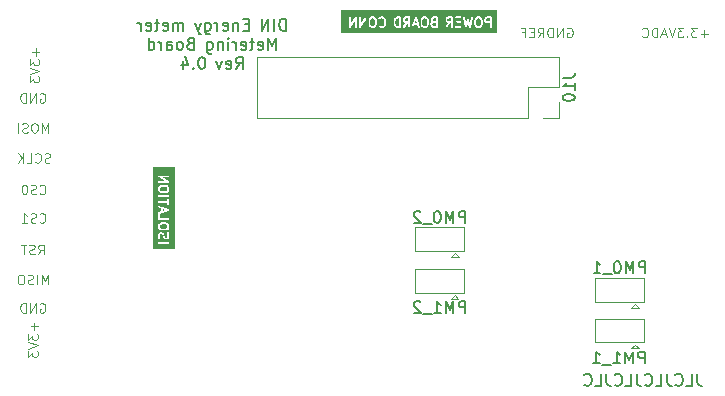
<source format=gbo>
G04 #@! TF.GenerationSoftware,KiCad,Pcbnew,7.0.0-da2b9df05c~163~ubuntu22.04.1*
G04 #@! TF.CreationDate,2023-02-25T14:43:30+01:00*
G04 #@! TF.ProjectId,metering_board,6d657465-7269-46e6-975f-626f6172642e,rev?*
G04 #@! TF.SameCoordinates,Original*
G04 #@! TF.FileFunction,Legend,Bot*
G04 #@! TF.FilePolarity,Positive*
%FSLAX46Y46*%
G04 Gerber Fmt 4.6, Leading zero omitted, Abs format (unit mm)*
G04 Created by KiCad (PCBNEW 7.0.0-da2b9df05c~163~ubuntu22.04.1) date 2023-02-25 14:43:30*
%MOMM*%
%LPD*%
G01*
G04 APERTURE LIST*
%ADD10C,0.100000*%
%ADD11C,0.150000*%
%ADD12C,0.160000*%
%ADD13C,0.120000*%
G04 APERTURE END LIST*
D10*
X122126942Y-110153276D02*
X122126942Y-110762800D01*
X122431704Y-110458038D02*
X121822180Y-110458038D01*
X121631704Y-111067561D02*
X121631704Y-111562799D01*
X121631704Y-111562799D02*
X121936466Y-111296133D01*
X121936466Y-111296133D02*
X121936466Y-111410418D01*
X121936466Y-111410418D02*
X121974561Y-111486609D01*
X121974561Y-111486609D02*
X122012657Y-111524704D01*
X122012657Y-111524704D02*
X122088847Y-111562799D01*
X122088847Y-111562799D02*
X122279323Y-111562799D01*
X122279323Y-111562799D02*
X122355514Y-111524704D01*
X122355514Y-111524704D02*
X122393609Y-111486609D01*
X122393609Y-111486609D02*
X122431704Y-111410418D01*
X122431704Y-111410418D02*
X122431704Y-111181847D01*
X122431704Y-111181847D02*
X122393609Y-111105656D01*
X122393609Y-111105656D02*
X122355514Y-111067561D01*
X121631704Y-111791371D02*
X122431704Y-112058038D01*
X122431704Y-112058038D02*
X121631704Y-112324704D01*
X121631704Y-112515180D02*
X121631704Y-113010418D01*
X121631704Y-113010418D02*
X121936466Y-112743752D01*
X121936466Y-112743752D02*
X121936466Y-112858037D01*
X121936466Y-112858037D02*
X121974561Y-112934228D01*
X121974561Y-112934228D02*
X122012657Y-112972323D01*
X122012657Y-112972323D02*
X122088847Y-113010418D01*
X122088847Y-113010418D02*
X122279323Y-113010418D01*
X122279323Y-113010418D02*
X122355514Y-112972323D01*
X122355514Y-112972323D02*
X122393609Y-112934228D01*
X122393609Y-112934228D02*
X122431704Y-112858037D01*
X122431704Y-112858037D02*
X122431704Y-112629466D01*
X122431704Y-112629466D02*
X122393609Y-112553275D01*
X122393609Y-112553275D02*
X122355514Y-112515180D01*
X123469419Y-96542609D02*
X123355133Y-96580704D01*
X123355133Y-96580704D02*
X123164657Y-96580704D01*
X123164657Y-96580704D02*
X123088466Y-96542609D01*
X123088466Y-96542609D02*
X123050371Y-96504514D01*
X123050371Y-96504514D02*
X123012276Y-96428323D01*
X123012276Y-96428323D02*
X123012276Y-96352133D01*
X123012276Y-96352133D02*
X123050371Y-96275942D01*
X123050371Y-96275942D02*
X123088466Y-96237847D01*
X123088466Y-96237847D02*
X123164657Y-96199752D01*
X123164657Y-96199752D02*
X123317038Y-96161657D01*
X123317038Y-96161657D02*
X123393228Y-96123561D01*
X123393228Y-96123561D02*
X123431323Y-96085466D01*
X123431323Y-96085466D02*
X123469419Y-96009276D01*
X123469419Y-96009276D02*
X123469419Y-95933085D01*
X123469419Y-95933085D02*
X123431323Y-95856895D01*
X123431323Y-95856895D02*
X123393228Y-95818800D01*
X123393228Y-95818800D02*
X123317038Y-95780704D01*
X123317038Y-95780704D02*
X123126561Y-95780704D01*
X123126561Y-95780704D02*
X123012276Y-95818800D01*
X122212275Y-96504514D02*
X122250371Y-96542609D01*
X122250371Y-96542609D02*
X122364656Y-96580704D01*
X122364656Y-96580704D02*
X122440847Y-96580704D01*
X122440847Y-96580704D02*
X122555133Y-96542609D01*
X122555133Y-96542609D02*
X122631323Y-96466419D01*
X122631323Y-96466419D02*
X122669418Y-96390228D01*
X122669418Y-96390228D02*
X122707514Y-96237847D01*
X122707514Y-96237847D02*
X122707514Y-96123561D01*
X122707514Y-96123561D02*
X122669418Y-95971180D01*
X122669418Y-95971180D02*
X122631323Y-95894990D01*
X122631323Y-95894990D02*
X122555133Y-95818800D01*
X122555133Y-95818800D02*
X122440847Y-95780704D01*
X122440847Y-95780704D02*
X122364656Y-95780704D01*
X122364656Y-95780704D02*
X122250371Y-95818800D01*
X122250371Y-95818800D02*
X122212275Y-95856895D01*
X121488466Y-96580704D02*
X121869418Y-96580704D01*
X121869418Y-96580704D02*
X121869418Y-95780704D01*
X121221799Y-96580704D02*
X121221799Y-95780704D01*
X120764656Y-96580704D02*
X121107514Y-96123561D01*
X120764656Y-95780704D02*
X121221799Y-96237847D01*
X122466180Y-104327704D02*
X122732847Y-103946752D01*
X122923323Y-104327704D02*
X122923323Y-103527704D01*
X122923323Y-103527704D02*
X122618561Y-103527704D01*
X122618561Y-103527704D02*
X122542371Y-103565800D01*
X122542371Y-103565800D02*
X122504276Y-103603895D01*
X122504276Y-103603895D02*
X122466180Y-103680085D01*
X122466180Y-103680085D02*
X122466180Y-103794371D01*
X122466180Y-103794371D02*
X122504276Y-103870561D01*
X122504276Y-103870561D02*
X122542371Y-103908657D01*
X122542371Y-103908657D02*
X122618561Y-103946752D01*
X122618561Y-103946752D02*
X122923323Y-103946752D01*
X122161419Y-104289609D02*
X122047133Y-104327704D01*
X122047133Y-104327704D02*
X121856657Y-104327704D01*
X121856657Y-104327704D02*
X121780466Y-104289609D01*
X121780466Y-104289609D02*
X121742371Y-104251514D01*
X121742371Y-104251514D02*
X121704276Y-104175323D01*
X121704276Y-104175323D02*
X121704276Y-104099133D01*
X121704276Y-104099133D02*
X121742371Y-104022942D01*
X121742371Y-104022942D02*
X121780466Y-103984847D01*
X121780466Y-103984847D02*
X121856657Y-103946752D01*
X121856657Y-103946752D02*
X122009038Y-103908657D01*
X122009038Y-103908657D02*
X122085228Y-103870561D01*
X122085228Y-103870561D02*
X122123323Y-103832466D01*
X122123323Y-103832466D02*
X122161419Y-103756276D01*
X122161419Y-103756276D02*
X122161419Y-103680085D01*
X122161419Y-103680085D02*
X122123323Y-103603895D01*
X122123323Y-103603895D02*
X122085228Y-103565800D01*
X122085228Y-103565800D02*
X122009038Y-103527704D01*
X122009038Y-103527704D02*
X121818561Y-103527704D01*
X121818561Y-103527704D02*
X121704276Y-103565800D01*
X121475704Y-103527704D02*
X121018561Y-103527704D01*
X121247133Y-104327704D02*
X121247133Y-103527704D01*
X167258495Y-85201600D02*
X167334685Y-85163504D01*
X167334685Y-85163504D02*
X167448971Y-85163504D01*
X167448971Y-85163504D02*
X167563257Y-85201600D01*
X167563257Y-85201600D02*
X167639447Y-85277790D01*
X167639447Y-85277790D02*
X167677542Y-85353980D01*
X167677542Y-85353980D02*
X167715638Y-85506361D01*
X167715638Y-85506361D02*
X167715638Y-85620647D01*
X167715638Y-85620647D02*
X167677542Y-85773028D01*
X167677542Y-85773028D02*
X167639447Y-85849219D01*
X167639447Y-85849219D02*
X167563257Y-85925409D01*
X167563257Y-85925409D02*
X167448971Y-85963504D01*
X167448971Y-85963504D02*
X167372780Y-85963504D01*
X167372780Y-85963504D02*
X167258495Y-85925409D01*
X167258495Y-85925409D02*
X167220399Y-85887314D01*
X167220399Y-85887314D02*
X167220399Y-85620647D01*
X167220399Y-85620647D02*
X167372780Y-85620647D01*
X166877542Y-85963504D02*
X166877542Y-85163504D01*
X166877542Y-85163504D02*
X166420399Y-85963504D01*
X166420399Y-85963504D02*
X166420399Y-85163504D01*
X166039447Y-85963504D02*
X166039447Y-85163504D01*
X166039447Y-85163504D02*
X165848971Y-85163504D01*
X165848971Y-85163504D02*
X165734685Y-85201600D01*
X165734685Y-85201600D02*
X165658495Y-85277790D01*
X165658495Y-85277790D02*
X165620400Y-85353980D01*
X165620400Y-85353980D02*
X165582304Y-85506361D01*
X165582304Y-85506361D02*
X165582304Y-85620647D01*
X165582304Y-85620647D02*
X165620400Y-85773028D01*
X165620400Y-85773028D02*
X165658495Y-85849219D01*
X165658495Y-85849219D02*
X165734685Y-85925409D01*
X165734685Y-85925409D02*
X165848971Y-85963504D01*
X165848971Y-85963504D02*
X166039447Y-85963504D01*
X164782304Y-85963504D02*
X165048971Y-85582552D01*
X165239447Y-85963504D02*
X165239447Y-85163504D01*
X165239447Y-85163504D02*
X164934685Y-85163504D01*
X164934685Y-85163504D02*
X164858495Y-85201600D01*
X164858495Y-85201600D02*
X164820400Y-85239695D01*
X164820400Y-85239695D02*
X164782304Y-85315885D01*
X164782304Y-85315885D02*
X164782304Y-85430171D01*
X164782304Y-85430171D02*
X164820400Y-85506361D01*
X164820400Y-85506361D02*
X164858495Y-85544457D01*
X164858495Y-85544457D02*
X164934685Y-85582552D01*
X164934685Y-85582552D02*
X165239447Y-85582552D01*
X164439447Y-85544457D02*
X164172781Y-85544457D01*
X164058495Y-85963504D02*
X164439447Y-85963504D01*
X164439447Y-85963504D02*
X164439447Y-85163504D01*
X164439447Y-85163504D02*
X164058495Y-85163504D01*
X163448971Y-85544457D02*
X163715637Y-85544457D01*
X163715637Y-85963504D02*
X163715637Y-85163504D01*
X163715637Y-85163504D02*
X163334685Y-85163504D01*
X122593180Y-99171514D02*
X122631276Y-99209609D01*
X122631276Y-99209609D02*
X122745561Y-99247704D01*
X122745561Y-99247704D02*
X122821752Y-99247704D01*
X122821752Y-99247704D02*
X122936038Y-99209609D01*
X122936038Y-99209609D02*
X123012228Y-99133419D01*
X123012228Y-99133419D02*
X123050323Y-99057228D01*
X123050323Y-99057228D02*
X123088419Y-98904847D01*
X123088419Y-98904847D02*
X123088419Y-98790561D01*
X123088419Y-98790561D02*
X123050323Y-98638180D01*
X123050323Y-98638180D02*
X123012228Y-98561990D01*
X123012228Y-98561990D02*
X122936038Y-98485800D01*
X122936038Y-98485800D02*
X122821752Y-98447704D01*
X122821752Y-98447704D02*
X122745561Y-98447704D01*
X122745561Y-98447704D02*
X122631276Y-98485800D01*
X122631276Y-98485800D02*
X122593180Y-98523895D01*
X122288419Y-99209609D02*
X122174133Y-99247704D01*
X122174133Y-99247704D02*
X121983657Y-99247704D01*
X121983657Y-99247704D02*
X121907466Y-99209609D01*
X121907466Y-99209609D02*
X121869371Y-99171514D01*
X121869371Y-99171514D02*
X121831276Y-99095323D01*
X121831276Y-99095323D02*
X121831276Y-99019133D01*
X121831276Y-99019133D02*
X121869371Y-98942942D01*
X121869371Y-98942942D02*
X121907466Y-98904847D01*
X121907466Y-98904847D02*
X121983657Y-98866752D01*
X121983657Y-98866752D02*
X122136038Y-98828657D01*
X122136038Y-98828657D02*
X122212228Y-98790561D01*
X122212228Y-98790561D02*
X122250323Y-98752466D01*
X122250323Y-98752466D02*
X122288419Y-98676276D01*
X122288419Y-98676276D02*
X122288419Y-98600085D01*
X122288419Y-98600085D02*
X122250323Y-98523895D01*
X122250323Y-98523895D02*
X122212228Y-98485800D01*
X122212228Y-98485800D02*
X122136038Y-98447704D01*
X122136038Y-98447704D02*
X121945561Y-98447704D01*
X121945561Y-98447704D02*
X121831276Y-98485800D01*
X121336037Y-98447704D02*
X121259847Y-98447704D01*
X121259847Y-98447704D02*
X121183656Y-98485800D01*
X121183656Y-98485800D02*
X121145561Y-98523895D01*
X121145561Y-98523895D02*
X121107466Y-98600085D01*
X121107466Y-98600085D02*
X121069371Y-98752466D01*
X121069371Y-98752466D02*
X121069371Y-98942942D01*
X121069371Y-98942942D02*
X121107466Y-99095323D01*
X121107466Y-99095323D02*
X121145561Y-99171514D01*
X121145561Y-99171514D02*
X121183656Y-99209609D01*
X121183656Y-99209609D02*
X121259847Y-99247704D01*
X121259847Y-99247704D02*
X121336037Y-99247704D01*
X121336037Y-99247704D02*
X121412228Y-99209609D01*
X121412228Y-99209609D02*
X121450323Y-99171514D01*
X121450323Y-99171514D02*
X121488418Y-99095323D01*
X121488418Y-99095323D02*
X121526514Y-98942942D01*
X121526514Y-98942942D02*
X121526514Y-98752466D01*
X121526514Y-98752466D02*
X121488418Y-98600085D01*
X121488418Y-98600085D02*
X121450323Y-98523895D01*
X121450323Y-98523895D02*
X121412228Y-98485800D01*
X121412228Y-98485800D02*
X121336037Y-98447704D01*
X179158189Y-85658742D02*
X178548666Y-85658742D01*
X178853427Y-85963504D02*
X178853427Y-85353980D01*
X178243904Y-85163504D02*
X177748666Y-85163504D01*
X177748666Y-85163504D02*
X178015332Y-85468266D01*
X178015332Y-85468266D02*
X177901047Y-85468266D01*
X177901047Y-85468266D02*
X177824856Y-85506361D01*
X177824856Y-85506361D02*
X177786761Y-85544457D01*
X177786761Y-85544457D02*
X177748666Y-85620647D01*
X177748666Y-85620647D02*
X177748666Y-85811123D01*
X177748666Y-85811123D02*
X177786761Y-85887314D01*
X177786761Y-85887314D02*
X177824856Y-85925409D01*
X177824856Y-85925409D02*
X177901047Y-85963504D01*
X177901047Y-85963504D02*
X178129618Y-85963504D01*
X178129618Y-85963504D02*
X178205809Y-85925409D01*
X178205809Y-85925409D02*
X178243904Y-85887314D01*
X177405808Y-85887314D02*
X177367713Y-85925409D01*
X177367713Y-85925409D02*
X177405808Y-85963504D01*
X177405808Y-85963504D02*
X177443904Y-85925409D01*
X177443904Y-85925409D02*
X177405808Y-85887314D01*
X177405808Y-85887314D02*
X177405808Y-85963504D01*
X177101047Y-85163504D02*
X176605809Y-85163504D01*
X176605809Y-85163504D02*
X176872475Y-85468266D01*
X176872475Y-85468266D02*
X176758190Y-85468266D01*
X176758190Y-85468266D02*
X176681999Y-85506361D01*
X176681999Y-85506361D02*
X176643904Y-85544457D01*
X176643904Y-85544457D02*
X176605809Y-85620647D01*
X176605809Y-85620647D02*
X176605809Y-85811123D01*
X176605809Y-85811123D02*
X176643904Y-85887314D01*
X176643904Y-85887314D02*
X176681999Y-85925409D01*
X176681999Y-85925409D02*
X176758190Y-85963504D01*
X176758190Y-85963504D02*
X176986761Y-85963504D01*
X176986761Y-85963504D02*
X177062952Y-85925409D01*
X177062952Y-85925409D02*
X177101047Y-85887314D01*
X176377237Y-85163504D02*
X176110570Y-85963504D01*
X176110570Y-85963504D02*
X175843904Y-85163504D01*
X175615333Y-85734933D02*
X175234380Y-85734933D01*
X175691523Y-85963504D02*
X175424856Y-85163504D01*
X175424856Y-85163504D02*
X175158190Y-85963504D01*
X174891523Y-85963504D02*
X174891523Y-85163504D01*
X174891523Y-85163504D02*
X174701047Y-85163504D01*
X174701047Y-85163504D02*
X174586761Y-85201600D01*
X174586761Y-85201600D02*
X174510571Y-85277790D01*
X174510571Y-85277790D02*
X174472476Y-85353980D01*
X174472476Y-85353980D02*
X174434380Y-85506361D01*
X174434380Y-85506361D02*
X174434380Y-85620647D01*
X174434380Y-85620647D02*
X174472476Y-85773028D01*
X174472476Y-85773028D02*
X174510571Y-85849219D01*
X174510571Y-85849219D02*
X174586761Y-85925409D01*
X174586761Y-85925409D02*
X174701047Y-85963504D01*
X174701047Y-85963504D02*
X174891523Y-85963504D01*
X173634380Y-85887314D02*
X173672476Y-85925409D01*
X173672476Y-85925409D02*
X173786761Y-85963504D01*
X173786761Y-85963504D02*
X173862952Y-85963504D01*
X173862952Y-85963504D02*
X173977238Y-85925409D01*
X173977238Y-85925409D02*
X174053428Y-85849219D01*
X174053428Y-85849219D02*
X174091523Y-85773028D01*
X174091523Y-85773028D02*
X174129619Y-85620647D01*
X174129619Y-85620647D02*
X174129619Y-85506361D01*
X174129619Y-85506361D02*
X174091523Y-85353980D01*
X174091523Y-85353980D02*
X174053428Y-85277790D01*
X174053428Y-85277790D02*
X173977238Y-85201600D01*
X173977238Y-85201600D02*
X173862952Y-85163504D01*
X173862952Y-85163504D02*
X173786761Y-85163504D01*
X173786761Y-85163504D02*
X173672476Y-85201600D01*
X173672476Y-85201600D02*
X173634380Y-85239695D01*
X122631276Y-108518800D02*
X122707466Y-108480704D01*
X122707466Y-108480704D02*
X122821752Y-108480704D01*
X122821752Y-108480704D02*
X122936038Y-108518800D01*
X122936038Y-108518800D02*
X123012228Y-108594990D01*
X123012228Y-108594990D02*
X123050323Y-108671180D01*
X123050323Y-108671180D02*
X123088419Y-108823561D01*
X123088419Y-108823561D02*
X123088419Y-108937847D01*
X123088419Y-108937847D02*
X123050323Y-109090228D01*
X123050323Y-109090228D02*
X123012228Y-109166419D01*
X123012228Y-109166419D02*
X122936038Y-109242609D01*
X122936038Y-109242609D02*
X122821752Y-109280704D01*
X122821752Y-109280704D02*
X122745561Y-109280704D01*
X122745561Y-109280704D02*
X122631276Y-109242609D01*
X122631276Y-109242609D02*
X122593180Y-109204514D01*
X122593180Y-109204514D02*
X122593180Y-108937847D01*
X122593180Y-108937847D02*
X122745561Y-108937847D01*
X122250323Y-109280704D02*
X122250323Y-108480704D01*
X122250323Y-108480704D02*
X121793180Y-109280704D01*
X121793180Y-109280704D02*
X121793180Y-108480704D01*
X121412228Y-109280704D02*
X121412228Y-108480704D01*
X121412228Y-108480704D02*
X121221752Y-108480704D01*
X121221752Y-108480704D02*
X121107466Y-108518800D01*
X121107466Y-108518800D02*
X121031276Y-108594990D01*
X121031276Y-108594990D02*
X120993181Y-108671180D01*
X120993181Y-108671180D02*
X120955085Y-108823561D01*
X120955085Y-108823561D02*
X120955085Y-108937847D01*
X120955085Y-108937847D02*
X120993181Y-109090228D01*
X120993181Y-109090228D02*
X121031276Y-109166419D01*
X121031276Y-109166419D02*
X121107466Y-109242609D01*
X121107466Y-109242609D02*
X121221752Y-109280704D01*
X121221752Y-109280704D02*
X121412228Y-109280704D01*
X123304323Y-106867704D02*
X123304323Y-106067704D01*
X123304323Y-106067704D02*
X123037657Y-106639133D01*
X123037657Y-106639133D02*
X122770990Y-106067704D01*
X122770990Y-106067704D02*
X122770990Y-106867704D01*
X122390037Y-106867704D02*
X122390037Y-106067704D01*
X122047181Y-106829609D02*
X121932895Y-106867704D01*
X121932895Y-106867704D02*
X121742419Y-106867704D01*
X121742419Y-106867704D02*
X121666228Y-106829609D01*
X121666228Y-106829609D02*
X121628133Y-106791514D01*
X121628133Y-106791514D02*
X121590038Y-106715323D01*
X121590038Y-106715323D02*
X121590038Y-106639133D01*
X121590038Y-106639133D02*
X121628133Y-106562942D01*
X121628133Y-106562942D02*
X121666228Y-106524847D01*
X121666228Y-106524847D02*
X121742419Y-106486752D01*
X121742419Y-106486752D02*
X121894800Y-106448657D01*
X121894800Y-106448657D02*
X121970990Y-106410561D01*
X121970990Y-106410561D02*
X122009085Y-106372466D01*
X122009085Y-106372466D02*
X122047181Y-106296276D01*
X122047181Y-106296276D02*
X122047181Y-106220085D01*
X122047181Y-106220085D02*
X122009085Y-106143895D01*
X122009085Y-106143895D02*
X121970990Y-106105800D01*
X121970990Y-106105800D02*
X121894800Y-106067704D01*
X121894800Y-106067704D02*
X121704323Y-106067704D01*
X121704323Y-106067704D02*
X121590038Y-106105800D01*
X121094799Y-106067704D02*
X120942418Y-106067704D01*
X120942418Y-106067704D02*
X120866228Y-106105800D01*
X120866228Y-106105800D02*
X120790037Y-106181990D01*
X120790037Y-106181990D02*
X120751942Y-106334371D01*
X120751942Y-106334371D02*
X120751942Y-106601038D01*
X120751942Y-106601038D02*
X120790037Y-106753419D01*
X120790037Y-106753419D02*
X120866228Y-106829609D01*
X120866228Y-106829609D02*
X120942418Y-106867704D01*
X120942418Y-106867704D02*
X121094799Y-106867704D01*
X121094799Y-106867704D02*
X121170990Y-106829609D01*
X121170990Y-106829609D02*
X121247180Y-106753419D01*
X121247180Y-106753419D02*
X121285276Y-106601038D01*
X121285276Y-106601038D02*
X121285276Y-106334371D01*
X121285276Y-106334371D02*
X121247180Y-106181990D01*
X121247180Y-106181990D02*
X121170990Y-106105800D01*
X121170990Y-106105800D02*
X121094799Y-106067704D01*
D11*
X143439047Y-85401380D02*
X143439047Y-84401380D01*
X143439047Y-84401380D02*
X143200952Y-84401380D01*
X143200952Y-84401380D02*
X143058095Y-84449000D01*
X143058095Y-84449000D02*
X142962857Y-84544238D01*
X142962857Y-84544238D02*
X142915238Y-84639476D01*
X142915238Y-84639476D02*
X142867619Y-84829952D01*
X142867619Y-84829952D02*
X142867619Y-84972809D01*
X142867619Y-84972809D02*
X142915238Y-85163285D01*
X142915238Y-85163285D02*
X142962857Y-85258523D01*
X142962857Y-85258523D02*
X143058095Y-85353761D01*
X143058095Y-85353761D02*
X143200952Y-85401380D01*
X143200952Y-85401380D02*
X143439047Y-85401380D01*
X142439047Y-85401380D02*
X142439047Y-84401380D01*
X141962857Y-85401380D02*
X141962857Y-84401380D01*
X141962857Y-84401380D02*
X141391429Y-85401380D01*
X141391429Y-85401380D02*
X141391429Y-84401380D01*
X140315238Y-84877571D02*
X139981905Y-84877571D01*
X139839048Y-85401380D02*
X140315238Y-85401380D01*
X140315238Y-85401380D02*
X140315238Y-84401380D01*
X140315238Y-84401380D02*
X139839048Y-84401380D01*
X139410476Y-84734714D02*
X139410476Y-85401380D01*
X139410476Y-84829952D02*
X139362857Y-84782333D01*
X139362857Y-84782333D02*
X139267619Y-84734714D01*
X139267619Y-84734714D02*
X139124762Y-84734714D01*
X139124762Y-84734714D02*
X139029524Y-84782333D01*
X139029524Y-84782333D02*
X138981905Y-84877571D01*
X138981905Y-84877571D02*
X138981905Y-85401380D01*
X138124762Y-85353761D02*
X138220000Y-85401380D01*
X138220000Y-85401380D02*
X138410476Y-85401380D01*
X138410476Y-85401380D02*
X138505714Y-85353761D01*
X138505714Y-85353761D02*
X138553333Y-85258523D01*
X138553333Y-85258523D02*
X138553333Y-84877571D01*
X138553333Y-84877571D02*
X138505714Y-84782333D01*
X138505714Y-84782333D02*
X138410476Y-84734714D01*
X138410476Y-84734714D02*
X138220000Y-84734714D01*
X138220000Y-84734714D02*
X138124762Y-84782333D01*
X138124762Y-84782333D02*
X138077143Y-84877571D01*
X138077143Y-84877571D02*
X138077143Y-84972809D01*
X138077143Y-84972809D02*
X138553333Y-85068047D01*
X137648571Y-85401380D02*
X137648571Y-84734714D01*
X137648571Y-84925190D02*
X137600952Y-84829952D01*
X137600952Y-84829952D02*
X137553333Y-84782333D01*
X137553333Y-84782333D02*
X137458095Y-84734714D01*
X137458095Y-84734714D02*
X137362857Y-84734714D01*
X136600952Y-84734714D02*
X136600952Y-85544238D01*
X136600952Y-85544238D02*
X136648571Y-85639476D01*
X136648571Y-85639476D02*
X136696190Y-85687095D01*
X136696190Y-85687095D02*
X136791428Y-85734714D01*
X136791428Y-85734714D02*
X136934285Y-85734714D01*
X136934285Y-85734714D02*
X137029523Y-85687095D01*
X136600952Y-85353761D02*
X136696190Y-85401380D01*
X136696190Y-85401380D02*
X136886666Y-85401380D01*
X136886666Y-85401380D02*
X136981904Y-85353761D01*
X136981904Y-85353761D02*
X137029523Y-85306142D01*
X137029523Y-85306142D02*
X137077142Y-85210904D01*
X137077142Y-85210904D02*
X137077142Y-84925190D01*
X137077142Y-84925190D02*
X137029523Y-84829952D01*
X137029523Y-84829952D02*
X136981904Y-84782333D01*
X136981904Y-84782333D02*
X136886666Y-84734714D01*
X136886666Y-84734714D02*
X136696190Y-84734714D01*
X136696190Y-84734714D02*
X136600952Y-84782333D01*
X136219999Y-84734714D02*
X135981904Y-85401380D01*
X135743809Y-84734714D02*
X135981904Y-85401380D01*
X135981904Y-85401380D02*
X136077142Y-85639476D01*
X136077142Y-85639476D02*
X136124761Y-85687095D01*
X136124761Y-85687095D02*
X136219999Y-85734714D01*
X134762856Y-85401380D02*
X134762856Y-84734714D01*
X134762856Y-84829952D02*
X134715237Y-84782333D01*
X134715237Y-84782333D02*
X134619999Y-84734714D01*
X134619999Y-84734714D02*
X134477142Y-84734714D01*
X134477142Y-84734714D02*
X134381904Y-84782333D01*
X134381904Y-84782333D02*
X134334285Y-84877571D01*
X134334285Y-84877571D02*
X134334285Y-85401380D01*
X134334285Y-84877571D02*
X134286666Y-84782333D01*
X134286666Y-84782333D02*
X134191428Y-84734714D01*
X134191428Y-84734714D02*
X134048571Y-84734714D01*
X134048571Y-84734714D02*
X133953332Y-84782333D01*
X133953332Y-84782333D02*
X133905713Y-84877571D01*
X133905713Y-84877571D02*
X133905713Y-85401380D01*
X133048571Y-85353761D02*
X133143809Y-85401380D01*
X133143809Y-85401380D02*
X133334285Y-85401380D01*
X133334285Y-85401380D02*
X133429523Y-85353761D01*
X133429523Y-85353761D02*
X133477142Y-85258523D01*
X133477142Y-85258523D02*
X133477142Y-84877571D01*
X133477142Y-84877571D02*
X133429523Y-84782333D01*
X133429523Y-84782333D02*
X133334285Y-84734714D01*
X133334285Y-84734714D02*
X133143809Y-84734714D01*
X133143809Y-84734714D02*
X133048571Y-84782333D01*
X133048571Y-84782333D02*
X133000952Y-84877571D01*
X133000952Y-84877571D02*
X133000952Y-84972809D01*
X133000952Y-84972809D02*
X133477142Y-85068047D01*
X132715237Y-84734714D02*
X132334285Y-84734714D01*
X132572380Y-84401380D02*
X132572380Y-85258523D01*
X132572380Y-85258523D02*
X132524761Y-85353761D01*
X132524761Y-85353761D02*
X132429523Y-85401380D01*
X132429523Y-85401380D02*
X132334285Y-85401380D01*
X131619999Y-85353761D02*
X131715237Y-85401380D01*
X131715237Y-85401380D02*
X131905713Y-85401380D01*
X131905713Y-85401380D02*
X132000951Y-85353761D01*
X132000951Y-85353761D02*
X132048570Y-85258523D01*
X132048570Y-85258523D02*
X132048570Y-84877571D01*
X132048570Y-84877571D02*
X132000951Y-84782333D01*
X132000951Y-84782333D02*
X131905713Y-84734714D01*
X131905713Y-84734714D02*
X131715237Y-84734714D01*
X131715237Y-84734714D02*
X131619999Y-84782333D01*
X131619999Y-84782333D02*
X131572380Y-84877571D01*
X131572380Y-84877571D02*
X131572380Y-84972809D01*
X131572380Y-84972809D02*
X132048570Y-85068047D01*
X131143808Y-85401380D02*
X131143808Y-84734714D01*
X131143808Y-84925190D02*
X131096189Y-84829952D01*
X131096189Y-84829952D02*
X131048570Y-84782333D01*
X131048570Y-84782333D02*
X130953332Y-84734714D01*
X130953332Y-84734714D02*
X130858094Y-84734714D01*
X142615238Y-87021380D02*
X142615238Y-86021380D01*
X142615238Y-86021380D02*
X142281905Y-86735666D01*
X142281905Y-86735666D02*
X141948572Y-86021380D01*
X141948572Y-86021380D02*
X141948572Y-87021380D01*
X141091429Y-86973761D02*
X141186667Y-87021380D01*
X141186667Y-87021380D02*
X141377143Y-87021380D01*
X141377143Y-87021380D02*
X141472381Y-86973761D01*
X141472381Y-86973761D02*
X141520000Y-86878523D01*
X141520000Y-86878523D02*
X141520000Y-86497571D01*
X141520000Y-86497571D02*
X141472381Y-86402333D01*
X141472381Y-86402333D02*
X141377143Y-86354714D01*
X141377143Y-86354714D02*
X141186667Y-86354714D01*
X141186667Y-86354714D02*
X141091429Y-86402333D01*
X141091429Y-86402333D02*
X141043810Y-86497571D01*
X141043810Y-86497571D02*
X141043810Y-86592809D01*
X141043810Y-86592809D02*
X141520000Y-86688047D01*
X140758095Y-86354714D02*
X140377143Y-86354714D01*
X140615238Y-86021380D02*
X140615238Y-86878523D01*
X140615238Y-86878523D02*
X140567619Y-86973761D01*
X140567619Y-86973761D02*
X140472381Y-87021380D01*
X140472381Y-87021380D02*
X140377143Y-87021380D01*
X139662857Y-86973761D02*
X139758095Y-87021380D01*
X139758095Y-87021380D02*
X139948571Y-87021380D01*
X139948571Y-87021380D02*
X140043809Y-86973761D01*
X140043809Y-86973761D02*
X140091428Y-86878523D01*
X140091428Y-86878523D02*
X140091428Y-86497571D01*
X140091428Y-86497571D02*
X140043809Y-86402333D01*
X140043809Y-86402333D02*
X139948571Y-86354714D01*
X139948571Y-86354714D02*
X139758095Y-86354714D01*
X139758095Y-86354714D02*
X139662857Y-86402333D01*
X139662857Y-86402333D02*
X139615238Y-86497571D01*
X139615238Y-86497571D02*
X139615238Y-86592809D01*
X139615238Y-86592809D02*
X140091428Y-86688047D01*
X139186666Y-87021380D02*
X139186666Y-86354714D01*
X139186666Y-86545190D02*
X139139047Y-86449952D01*
X139139047Y-86449952D02*
X139091428Y-86402333D01*
X139091428Y-86402333D02*
X138996190Y-86354714D01*
X138996190Y-86354714D02*
X138900952Y-86354714D01*
X138567618Y-87021380D02*
X138567618Y-86354714D01*
X138567618Y-86021380D02*
X138615237Y-86069000D01*
X138615237Y-86069000D02*
X138567618Y-86116619D01*
X138567618Y-86116619D02*
X138519999Y-86069000D01*
X138519999Y-86069000D02*
X138567618Y-86021380D01*
X138567618Y-86021380D02*
X138567618Y-86116619D01*
X138091428Y-86354714D02*
X138091428Y-87021380D01*
X138091428Y-86449952D02*
X138043809Y-86402333D01*
X138043809Y-86402333D02*
X137948571Y-86354714D01*
X137948571Y-86354714D02*
X137805714Y-86354714D01*
X137805714Y-86354714D02*
X137710476Y-86402333D01*
X137710476Y-86402333D02*
X137662857Y-86497571D01*
X137662857Y-86497571D02*
X137662857Y-87021380D01*
X136758095Y-86354714D02*
X136758095Y-87164238D01*
X136758095Y-87164238D02*
X136805714Y-87259476D01*
X136805714Y-87259476D02*
X136853333Y-87307095D01*
X136853333Y-87307095D02*
X136948571Y-87354714D01*
X136948571Y-87354714D02*
X137091428Y-87354714D01*
X137091428Y-87354714D02*
X137186666Y-87307095D01*
X136758095Y-86973761D02*
X136853333Y-87021380D01*
X136853333Y-87021380D02*
X137043809Y-87021380D01*
X137043809Y-87021380D02*
X137139047Y-86973761D01*
X137139047Y-86973761D02*
X137186666Y-86926142D01*
X137186666Y-86926142D02*
X137234285Y-86830904D01*
X137234285Y-86830904D02*
X137234285Y-86545190D01*
X137234285Y-86545190D02*
X137186666Y-86449952D01*
X137186666Y-86449952D02*
X137139047Y-86402333D01*
X137139047Y-86402333D02*
X137043809Y-86354714D01*
X137043809Y-86354714D02*
X136853333Y-86354714D01*
X136853333Y-86354714D02*
X136758095Y-86402333D01*
X135348571Y-86497571D02*
X135205714Y-86545190D01*
X135205714Y-86545190D02*
X135158095Y-86592809D01*
X135158095Y-86592809D02*
X135110476Y-86688047D01*
X135110476Y-86688047D02*
X135110476Y-86830904D01*
X135110476Y-86830904D02*
X135158095Y-86926142D01*
X135158095Y-86926142D02*
X135205714Y-86973761D01*
X135205714Y-86973761D02*
X135300952Y-87021380D01*
X135300952Y-87021380D02*
X135681904Y-87021380D01*
X135681904Y-87021380D02*
X135681904Y-86021380D01*
X135681904Y-86021380D02*
X135348571Y-86021380D01*
X135348571Y-86021380D02*
X135253333Y-86069000D01*
X135253333Y-86069000D02*
X135205714Y-86116619D01*
X135205714Y-86116619D02*
X135158095Y-86211857D01*
X135158095Y-86211857D02*
X135158095Y-86307095D01*
X135158095Y-86307095D02*
X135205714Y-86402333D01*
X135205714Y-86402333D02*
X135253333Y-86449952D01*
X135253333Y-86449952D02*
X135348571Y-86497571D01*
X135348571Y-86497571D02*
X135681904Y-86497571D01*
X134539047Y-87021380D02*
X134634285Y-86973761D01*
X134634285Y-86973761D02*
X134681904Y-86926142D01*
X134681904Y-86926142D02*
X134729523Y-86830904D01*
X134729523Y-86830904D02*
X134729523Y-86545190D01*
X134729523Y-86545190D02*
X134681904Y-86449952D01*
X134681904Y-86449952D02*
X134634285Y-86402333D01*
X134634285Y-86402333D02*
X134539047Y-86354714D01*
X134539047Y-86354714D02*
X134396190Y-86354714D01*
X134396190Y-86354714D02*
X134300952Y-86402333D01*
X134300952Y-86402333D02*
X134253333Y-86449952D01*
X134253333Y-86449952D02*
X134205714Y-86545190D01*
X134205714Y-86545190D02*
X134205714Y-86830904D01*
X134205714Y-86830904D02*
X134253333Y-86926142D01*
X134253333Y-86926142D02*
X134300952Y-86973761D01*
X134300952Y-86973761D02*
X134396190Y-87021380D01*
X134396190Y-87021380D02*
X134539047Y-87021380D01*
X133348571Y-87021380D02*
X133348571Y-86497571D01*
X133348571Y-86497571D02*
X133396190Y-86402333D01*
X133396190Y-86402333D02*
X133491428Y-86354714D01*
X133491428Y-86354714D02*
X133681904Y-86354714D01*
X133681904Y-86354714D02*
X133777142Y-86402333D01*
X133348571Y-86973761D02*
X133443809Y-87021380D01*
X133443809Y-87021380D02*
X133681904Y-87021380D01*
X133681904Y-87021380D02*
X133777142Y-86973761D01*
X133777142Y-86973761D02*
X133824761Y-86878523D01*
X133824761Y-86878523D02*
X133824761Y-86783285D01*
X133824761Y-86783285D02*
X133777142Y-86688047D01*
X133777142Y-86688047D02*
X133681904Y-86640428D01*
X133681904Y-86640428D02*
X133443809Y-86640428D01*
X133443809Y-86640428D02*
X133348571Y-86592809D01*
X132872380Y-87021380D02*
X132872380Y-86354714D01*
X132872380Y-86545190D02*
X132824761Y-86449952D01*
X132824761Y-86449952D02*
X132777142Y-86402333D01*
X132777142Y-86402333D02*
X132681904Y-86354714D01*
X132681904Y-86354714D02*
X132586666Y-86354714D01*
X131824761Y-87021380D02*
X131824761Y-86021380D01*
X131824761Y-86973761D02*
X131919999Y-87021380D01*
X131919999Y-87021380D02*
X132110475Y-87021380D01*
X132110475Y-87021380D02*
X132205713Y-86973761D01*
X132205713Y-86973761D02*
X132253332Y-86926142D01*
X132253332Y-86926142D02*
X132300951Y-86830904D01*
X132300951Y-86830904D02*
X132300951Y-86545190D01*
X132300951Y-86545190D02*
X132253332Y-86449952D01*
X132253332Y-86449952D02*
X132205713Y-86402333D01*
X132205713Y-86402333D02*
X132110475Y-86354714D01*
X132110475Y-86354714D02*
X131919999Y-86354714D01*
X131919999Y-86354714D02*
X131824761Y-86402333D01*
X139210476Y-88641380D02*
X139543809Y-88165190D01*
X139781904Y-88641380D02*
X139781904Y-87641380D01*
X139781904Y-87641380D02*
X139400952Y-87641380D01*
X139400952Y-87641380D02*
X139305714Y-87689000D01*
X139305714Y-87689000D02*
X139258095Y-87736619D01*
X139258095Y-87736619D02*
X139210476Y-87831857D01*
X139210476Y-87831857D02*
X139210476Y-87974714D01*
X139210476Y-87974714D02*
X139258095Y-88069952D01*
X139258095Y-88069952D02*
X139305714Y-88117571D01*
X139305714Y-88117571D02*
X139400952Y-88165190D01*
X139400952Y-88165190D02*
X139781904Y-88165190D01*
X138400952Y-88593761D02*
X138496190Y-88641380D01*
X138496190Y-88641380D02*
X138686666Y-88641380D01*
X138686666Y-88641380D02*
X138781904Y-88593761D01*
X138781904Y-88593761D02*
X138829523Y-88498523D01*
X138829523Y-88498523D02*
X138829523Y-88117571D01*
X138829523Y-88117571D02*
X138781904Y-88022333D01*
X138781904Y-88022333D02*
X138686666Y-87974714D01*
X138686666Y-87974714D02*
X138496190Y-87974714D01*
X138496190Y-87974714D02*
X138400952Y-88022333D01*
X138400952Y-88022333D02*
X138353333Y-88117571D01*
X138353333Y-88117571D02*
X138353333Y-88212809D01*
X138353333Y-88212809D02*
X138829523Y-88308047D01*
X138019999Y-87974714D02*
X137781904Y-88641380D01*
X137781904Y-88641380D02*
X137543809Y-87974714D01*
X136372380Y-87641380D02*
X136277142Y-87641380D01*
X136277142Y-87641380D02*
X136181904Y-87689000D01*
X136181904Y-87689000D02*
X136134285Y-87736619D01*
X136134285Y-87736619D02*
X136086666Y-87831857D01*
X136086666Y-87831857D02*
X136039047Y-88022333D01*
X136039047Y-88022333D02*
X136039047Y-88260428D01*
X136039047Y-88260428D02*
X136086666Y-88450904D01*
X136086666Y-88450904D02*
X136134285Y-88546142D01*
X136134285Y-88546142D02*
X136181904Y-88593761D01*
X136181904Y-88593761D02*
X136277142Y-88641380D01*
X136277142Y-88641380D02*
X136372380Y-88641380D01*
X136372380Y-88641380D02*
X136467618Y-88593761D01*
X136467618Y-88593761D02*
X136515237Y-88546142D01*
X136515237Y-88546142D02*
X136562856Y-88450904D01*
X136562856Y-88450904D02*
X136610475Y-88260428D01*
X136610475Y-88260428D02*
X136610475Y-88022333D01*
X136610475Y-88022333D02*
X136562856Y-87831857D01*
X136562856Y-87831857D02*
X136515237Y-87736619D01*
X136515237Y-87736619D02*
X136467618Y-87689000D01*
X136467618Y-87689000D02*
X136372380Y-87641380D01*
X135610475Y-88546142D02*
X135562856Y-88593761D01*
X135562856Y-88593761D02*
X135610475Y-88641380D01*
X135610475Y-88641380D02*
X135658094Y-88593761D01*
X135658094Y-88593761D02*
X135610475Y-88546142D01*
X135610475Y-88546142D02*
X135610475Y-88641380D01*
X134705714Y-87974714D02*
X134705714Y-88641380D01*
X134943809Y-87593761D02*
X135181904Y-88308047D01*
X135181904Y-88308047D02*
X134562857Y-88308047D01*
X178288048Y-114469380D02*
X178288048Y-115183666D01*
X178288048Y-115183666D02*
X178335667Y-115326523D01*
X178335667Y-115326523D02*
X178430905Y-115421761D01*
X178430905Y-115421761D02*
X178573762Y-115469380D01*
X178573762Y-115469380D02*
X178669000Y-115469380D01*
X177335667Y-115469380D02*
X177811857Y-115469380D01*
X177811857Y-115469380D02*
X177811857Y-114469380D01*
X176430905Y-115374142D02*
X176478524Y-115421761D01*
X176478524Y-115421761D02*
X176621381Y-115469380D01*
X176621381Y-115469380D02*
X176716619Y-115469380D01*
X176716619Y-115469380D02*
X176859476Y-115421761D01*
X176859476Y-115421761D02*
X176954714Y-115326523D01*
X176954714Y-115326523D02*
X177002333Y-115231285D01*
X177002333Y-115231285D02*
X177049952Y-115040809D01*
X177049952Y-115040809D02*
X177049952Y-114897952D01*
X177049952Y-114897952D02*
X177002333Y-114707476D01*
X177002333Y-114707476D02*
X176954714Y-114612238D01*
X176954714Y-114612238D02*
X176859476Y-114517000D01*
X176859476Y-114517000D02*
X176716619Y-114469380D01*
X176716619Y-114469380D02*
X176621381Y-114469380D01*
X176621381Y-114469380D02*
X176478524Y-114517000D01*
X176478524Y-114517000D02*
X176430905Y-114564619D01*
X175716619Y-114469380D02*
X175716619Y-115183666D01*
X175716619Y-115183666D02*
X175764238Y-115326523D01*
X175764238Y-115326523D02*
X175859476Y-115421761D01*
X175859476Y-115421761D02*
X176002333Y-115469380D01*
X176002333Y-115469380D02*
X176097571Y-115469380D01*
X174764238Y-115469380D02*
X175240428Y-115469380D01*
X175240428Y-115469380D02*
X175240428Y-114469380D01*
X173859476Y-115374142D02*
X173907095Y-115421761D01*
X173907095Y-115421761D02*
X174049952Y-115469380D01*
X174049952Y-115469380D02*
X174145190Y-115469380D01*
X174145190Y-115469380D02*
X174288047Y-115421761D01*
X174288047Y-115421761D02*
X174383285Y-115326523D01*
X174383285Y-115326523D02*
X174430904Y-115231285D01*
X174430904Y-115231285D02*
X174478523Y-115040809D01*
X174478523Y-115040809D02*
X174478523Y-114897952D01*
X174478523Y-114897952D02*
X174430904Y-114707476D01*
X174430904Y-114707476D02*
X174383285Y-114612238D01*
X174383285Y-114612238D02*
X174288047Y-114517000D01*
X174288047Y-114517000D02*
X174145190Y-114469380D01*
X174145190Y-114469380D02*
X174049952Y-114469380D01*
X174049952Y-114469380D02*
X173907095Y-114517000D01*
X173907095Y-114517000D02*
X173859476Y-114564619D01*
X173145190Y-114469380D02*
X173145190Y-115183666D01*
X173145190Y-115183666D02*
X173192809Y-115326523D01*
X173192809Y-115326523D02*
X173288047Y-115421761D01*
X173288047Y-115421761D02*
X173430904Y-115469380D01*
X173430904Y-115469380D02*
X173526142Y-115469380D01*
X172192809Y-115469380D02*
X172668999Y-115469380D01*
X172668999Y-115469380D02*
X172668999Y-114469380D01*
X171288047Y-115374142D02*
X171335666Y-115421761D01*
X171335666Y-115421761D02*
X171478523Y-115469380D01*
X171478523Y-115469380D02*
X171573761Y-115469380D01*
X171573761Y-115469380D02*
X171716618Y-115421761D01*
X171716618Y-115421761D02*
X171811856Y-115326523D01*
X171811856Y-115326523D02*
X171859475Y-115231285D01*
X171859475Y-115231285D02*
X171907094Y-115040809D01*
X171907094Y-115040809D02*
X171907094Y-114897952D01*
X171907094Y-114897952D02*
X171859475Y-114707476D01*
X171859475Y-114707476D02*
X171811856Y-114612238D01*
X171811856Y-114612238D02*
X171716618Y-114517000D01*
X171716618Y-114517000D02*
X171573761Y-114469380D01*
X171573761Y-114469380D02*
X171478523Y-114469380D01*
X171478523Y-114469380D02*
X171335666Y-114517000D01*
X171335666Y-114517000D02*
X171288047Y-114564619D01*
X170573761Y-114469380D02*
X170573761Y-115183666D01*
X170573761Y-115183666D02*
X170621380Y-115326523D01*
X170621380Y-115326523D02*
X170716618Y-115421761D01*
X170716618Y-115421761D02*
X170859475Y-115469380D01*
X170859475Y-115469380D02*
X170954713Y-115469380D01*
X169621380Y-115469380D02*
X170097570Y-115469380D01*
X170097570Y-115469380D02*
X170097570Y-114469380D01*
X168716618Y-115374142D02*
X168764237Y-115421761D01*
X168764237Y-115421761D02*
X168907094Y-115469380D01*
X168907094Y-115469380D02*
X169002332Y-115469380D01*
X169002332Y-115469380D02*
X169145189Y-115421761D01*
X169145189Y-115421761D02*
X169240427Y-115326523D01*
X169240427Y-115326523D02*
X169288046Y-115231285D01*
X169288046Y-115231285D02*
X169335665Y-115040809D01*
X169335665Y-115040809D02*
X169335665Y-114897952D01*
X169335665Y-114897952D02*
X169288046Y-114707476D01*
X169288046Y-114707476D02*
X169240427Y-114612238D01*
X169240427Y-114612238D02*
X169145189Y-114517000D01*
X169145189Y-114517000D02*
X169002332Y-114469380D01*
X169002332Y-114469380D02*
X168907094Y-114469380D01*
X168907094Y-114469380D02*
X168764237Y-114517000D01*
X168764237Y-114517000D02*
X168716618Y-114564619D01*
D10*
X123304323Y-94040704D02*
X123304323Y-93240704D01*
X123304323Y-93240704D02*
X123037657Y-93812133D01*
X123037657Y-93812133D02*
X122770990Y-93240704D01*
X122770990Y-93240704D02*
X122770990Y-94040704D01*
X122237656Y-93240704D02*
X122085275Y-93240704D01*
X122085275Y-93240704D02*
X122009085Y-93278800D01*
X122009085Y-93278800D02*
X121932894Y-93354990D01*
X121932894Y-93354990D02*
X121894799Y-93507371D01*
X121894799Y-93507371D02*
X121894799Y-93774038D01*
X121894799Y-93774038D02*
X121932894Y-93926419D01*
X121932894Y-93926419D02*
X122009085Y-94002609D01*
X122009085Y-94002609D02*
X122085275Y-94040704D01*
X122085275Y-94040704D02*
X122237656Y-94040704D01*
X122237656Y-94040704D02*
X122313847Y-94002609D01*
X122313847Y-94002609D02*
X122390037Y-93926419D01*
X122390037Y-93926419D02*
X122428133Y-93774038D01*
X122428133Y-93774038D02*
X122428133Y-93507371D01*
X122428133Y-93507371D02*
X122390037Y-93354990D01*
X122390037Y-93354990D02*
X122313847Y-93278800D01*
X122313847Y-93278800D02*
X122237656Y-93240704D01*
X121590038Y-94002609D02*
X121475752Y-94040704D01*
X121475752Y-94040704D02*
X121285276Y-94040704D01*
X121285276Y-94040704D02*
X121209085Y-94002609D01*
X121209085Y-94002609D02*
X121170990Y-93964514D01*
X121170990Y-93964514D02*
X121132895Y-93888323D01*
X121132895Y-93888323D02*
X121132895Y-93812133D01*
X121132895Y-93812133D02*
X121170990Y-93735942D01*
X121170990Y-93735942D02*
X121209085Y-93697847D01*
X121209085Y-93697847D02*
X121285276Y-93659752D01*
X121285276Y-93659752D02*
X121437657Y-93621657D01*
X121437657Y-93621657D02*
X121513847Y-93583561D01*
X121513847Y-93583561D02*
X121551942Y-93545466D01*
X121551942Y-93545466D02*
X121590038Y-93469276D01*
X121590038Y-93469276D02*
X121590038Y-93393085D01*
X121590038Y-93393085D02*
X121551942Y-93316895D01*
X121551942Y-93316895D02*
X121513847Y-93278800D01*
X121513847Y-93278800D02*
X121437657Y-93240704D01*
X121437657Y-93240704D02*
X121247180Y-93240704D01*
X121247180Y-93240704D02*
X121132895Y-93278800D01*
X120790037Y-94040704D02*
X120790037Y-93240704D01*
D12*
G36*
X133339909Y-101826760D02*
G01*
X133391251Y-101878102D01*
X133415095Y-101925790D01*
X133415095Y-102040400D01*
X133391251Y-102088086D01*
X133339908Y-102139428D01*
X133218578Y-102169762D01*
X132971610Y-102169762D01*
X132850280Y-102139428D01*
X132798937Y-102088086D01*
X132775095Y-102040400D01*
X132775095Y-101925789D01*
X132798939Y-101878101D01*
X132850279Y-101826760D01*
X132971610Y-101796428D01*
X133218581Y-101796428D01*
X133339909Y-101826760D01*
G37*
G36*
X133242111Y-100573571D02*
G01*
X133003666Y-100653053D01*
X133003666Y-100494090D01*
X133242111Y-100573571D01*
G37*
G36*
X133339909Y-98664856D02*
G01*
X133391251Y-98716198D01*
X133415095Y-98763886D01*
X133415095Y-98878496D01*
X133391251Y-98926182D01*
X133339908Y-98977524D01*
X133218578Y-99007858D01*
X132971610Y-99007858D01*
X132850280Y-98977524D01*
X132798937Y-98926182D01*
X132775095Y-98878496D01*
X132775095Y-98763885D01*
X132798939Y-98716197D01*
X132850279Y-98664856D01*
X132971610Y-98634524D01*
X133218581Y-98634524D01*
X133339909Y-98664856D01*
G37*
G36*
X134075286Y-103899286D02*
G01*
X132166714Y-103899286D01*
X132166714Y-103366389D01*
X132612567Y-103366389D01*
X132632083Y-103409123D01*
X132671605Y-103434523D01*
X133506596Y-103434523D01*
X133540172Y-103424664D01*
X133570937Y-103389159D01*
X133577623Y-103342657D01*
X133558107Y-103299923D01*
X133518585Y-103274523D01*
X132683594Y-103274523D01*
X132650018Y-103284382D01*
X132619253Y-103319887D01*
X132612567Y-103366389D01*
X132166714Y-103366389D01*
X132166714Y-102900394D01*
X132611772Y-102900394D01*
X132618746Y-102921319D01*
X132624954Y-102942458D01*
X132626133Y-102943480D01*
X132660932Y-103047876D01*
X132680903Y-103076611D01*
X132724315Y-103094570D01*
X132770545Y-103086208D01*
X132804914Y-103054180D01*
X132816513Y-103008654D01*
X132775095Y-102884398D01*
X132775095Y-102725790D01*
X132798939Y-102678102D01*
X132818673Y-102658367D01*
X132866361Y-102634524D01*
X132904781Y-102634524D01*
X132952469Y-102658368D01*
X132972203Y-102678102D01*
X133000564Y-102734826D01*
X133033074Y-102864866D01*
X133032083Y-102874054D01*
X133038660Y-102887208D01*
X133039320Y-102889847D01*
X133043785Y-102897458D01*
X133076199Y-102962282D01*
X133079060Y-102975435D01*
X133094665Y-102991040D01*
X133109662Y-103007162D01*
X133111173Y-103007548D01*
X133126671Y-103023046D01*
X133133545Y-103034620D01*
X133153284Y-103044489D01*
X133172610Y-103055042D01*
X133174166Y-103054930D01*
X133226895Y-103081295D01*
X133243033Y-103091667D01*
X133259386Y-103091667D01*
X133275472Y-103094562D01*
X133282452Y-103091667D01*
X133338411Y-103091667D01*
X133357482Y-103093726D01*
X133372106Y-103086413D01*
X133387791Y-103081808D01*
X133392740Y-103076096D01*
X133445709Y-103049610D01*
X133458862Y-103046750D01*
X133474472Y-103031139D01*
X133490590Y-103016147D01*
X133490976Y-103014636D01*
X133506476Y-102999136D01*
X133518049Y-102992263D01*
X133527913Y-102972533D01*
X133538471Y-102953200D01*
X133538359Y-102951642D01*
X133564725Y-102898910D01*
X133575095Y-102882776D01*
X133575095Y-102866425D01*
X133577990Y-102850336D01*
X133575095Y-102843356D01*
X133575095Y-102678838D01*
X133578418Y-102665795D01*
X133571441Y-102644864D01*
X133565236Y-102623732D01*
X133564056Y-102622709D01*
X133529258Y-102518315D01*
X133509287Y-102489580D01*
X133465875Y-102471621D01*
X133419645Y-102479983D01*
X133385276Y-102512012D01*
X133373677Y-102557538D01*
X133415095Y-102681792D01*
X133415095Y-102840401D01*
X133391251Y-102888086D01*
X133371515Y-102907822D01*
X133323828Y-102931667D01*
X133285409Y-102931667D01*
X133237722Y-102907823D01*
X133217986Y-102888087D01*
X133189624Y-102831364D01*
X133157114Y-102701324D01*
X133158106Y-102692139D01*
X133151528Y-102678984D01*
X133150869Y-102676345D01*
X133146404Y-102668735D01*
X133113990Y-102603905D01*
X133111130Y-102590755D01*
X133095538Y-102575163D01*
X133080529Y-102559028D01*
X133079016Y-102558641D01*
X133063516Y-102543141D01*
X133056644Y-102531570D01*
X133036918Y-102521707D01*
X133017580Y-102511148D01*
X133016022Y-102511259D01*
X132963290Y-102484893D01*
X132947156Y-102474524D01*
X132930805Y-102474524D01*
X132914715Y-102471629D01*
X132907735Y-102474524D01*
X132851777Y-102474524D01*
X132832710Y-102472465D01*
X132818086Y-102479776D01*
X132802399Y-102484383D01*
X132797449Y-102490094D01*
X132744476Y-102516580D01*
X132731326Y-102519441D01*
X132715734Y-102535032D01*
X132699599Y-102550042D01*
X132699212Y-102551554D01*
X132683712Y-102567054D01*
X132672141Y-102573927D01*
X132662278Y-102593652D01*
X132651719Y-102612991D01*
X132651830Y-102614548D01*
X132625464Y-102667280D01*
X132615095Y-102683415D01*
X132615095Y-102699766D01*
X132612200Y-102715856D01*
X132615095Y-102722836D01*
X132615095Y-102887351D01*
X132611772Y-102900394D01*
X132166714Y-102900394D01*
X132166714Y-101915854D01*
X132612200Y-101915854D01*
X132615095Y-101922834D01*
X132615095Y-102054985D01*
X132613036Y-102074052D01*
X132620348Y-102088677D01*
X132624954Y-102104362D01*
X132630664Y-102109310D01*
X132657151Y-102162284D01*
X132660012Y-102175435D01*
X132675603Y-102191026D01*
X132690613Y-102207162D01*
X132692125Y-102207548D01*
X132751946Y-102267369D01*
X132767188Y-102283580D01*
X132780037Y-102286792D01*
X132791657Y-102293137D01*
X132802354Y-102292371D01*
X132929586Y-102324180D01*
X132938271Y-102329762D01*
X132951911Y-102329762D01*
X132953515Y-102330163D01*
X132963382Y-102329762D01*
X133215262Y-102329762D01*
X133225043Y-102333071D01*
X133238279Y-102329762D01*
X133239929Y-102329762D01*
X133249386Y-102326984D01*
X133399035Y-102289571D01*
X133420767Y-102284845D01*
X133430131Y-102275480D01*
X133441552Y-102268780D01*
X133446400Y-102259211D01*
X133506477Y-102199135D01*
X133518049Y-102192263D01*
X133527907Y-102172545D01*
X133538472Y-102153199D01*
X133538360Y-102151640D01*
X133564725Y-102098909D01*
X133575095Y-102082775D01*
X133575095Y-102066424D01*
X133577990Y-102050334D01*
X133575095Y-102043354D01*
X133575095Y-101911208D01*
X133577154Y-101892137D01*
X133569841Y-101877512D01*
X133565236Y-101861827D01*
X133559524Y-101856878D01*
X133533038Y-101803905D01*
X133530178Y-101790755D01*
X133514586Y-101775163D01*
X133499577Y-101759028D01*
X133498064Y-101758641D01*
X133438242Y-101698819D01*
X133423001Y-101682609D01*
X133410151Y-101679396D01*
X133398532Y-101673052D01*
X133387833Y-101673817D01*
X133260602Y-101642009D01*
X133251918Y-101636428D01*
X133238277Y-101636428D01*
X133236673Y-101636027D01*
X133226806Y-101636428D01*
X132974927Y-101636428D01*
X132965147Y-101633119D01*
X132951911Y-101636428D01*
X132950260Y-101636428D01*
X132940799Y-101639205D01*
X132791168Y-101676613D01*
X132769421Y-101681345D01*
X132760057Y-101690708D01*
X132748637Y-101697409D01*
X132743787Y-101706978D01*
X132683712Y-101767054D01*
X132672141Y-101773927D01*
X132662278Y-101793651D01*
X132651718Y-101812992D01*
X132651829Y-101814549D01*
X132625464Y-101867279D01*
X132615095Y-101883414D01*
X132615095Y-101899765D01*
X132612200Y-101915854D01*
X132166714Y-101915854D01*
X132166714Y-100831363D01*
X132612192Y-100831363D01*
X132620554Y-100877593D01*
X132652583Y-100911962D01*
X132669624Y-100916303D01*
X132640495Y-100929607D01*
X132615095Y-100969129D01*
X132615095Y-101367854D01*
X132612567Y-101385437D01*
X132619947Y-101401598D01*
X132624954Y-101418648D01*
X132629554Y-101422634D01*
X132632083Y-101428171D01*
X132647031Y-101437778D01*
X132660459Y-101449413D01*
X132666482Y-101450279D01*
X132671605Y-101453571D01*
X132689378Y-101453571D01*
X132706961Y-101456099D01*
X132712497Y-101453571D01*
X133506596Y-101453571D01*
X133540172Y-101443712D01*
X133570937Y-101408207D01*
X133577623Y-101361705D01*
X133558107Y-101318971D01*
X133518585Y-101293571D01*
X132775095Y-101293571D01*
X132775095Y-100981118D01*
X132765236Y-100947542D01*
X132729731Y-100916777D01*
X132721857Y-100915644D01*
X132931012Y-100845926D01*
X132935532Y-100846576D01*
X132953011Y-100838593D01*
X133506667Y-100654041D01*
X133515678Y-100654367D01*
X133528513Y-100646759D01*
X133531304Y-100645829D01*
X133538379Y-100640911D01*
X133556092Y-100630413D01*
X133557485Y-100627632D01*
X133560039Y-100625858D01*
X133567912Y-100606824D01*
X133577140Y-100588412D01*
X133576809Y-100585320D01*
X133577998Y-100582446D01*
X133574332Y-100562184D01*
X133572140Y-100541699D01*
X133570188Y-100539274D01*
X133569635Y-100536216D01*
X133555600Y-100521155D01*
X133542678Y-100505105D01*
X133539726Y-100504121D01*
X133537607Y-100501847D01*
X133517650Y-100496762D01*
X132964041Y-100312226D01*
X132958302Y-100307253D01*
X132942158Y-100304931D01*
X132709482Y-100227373D01*
X132674512Y-100226109D01*
X132634098Y-100250063D01*
X132613050Y-100292064D01*
X132618051Y-100338777D01*
X132647512Y-100375372D01*
X132843666Y-100440756D01*
X132843666Y-100706387D01*
X132658886Y-100767980D01*
X132630151Y-100787951D01*
X132612192Y-100831363D01*
X132166714Y-100831363D01*
X132166714Y-99937819D01*
X132612567Y-99937819D01*
X132632083Y-99980553D01*
X132671605Y-100005953D01*
X133415095Y-100005953D01*
X133415095Y-100166025D01*
X133424954Y-100199601D01*
X133460459Y-100230366D01*
X133506961Y-100237052D01*
X133549695Y-100217536D01*
X133575095Y-100178014D01*
X133575095Y-99931670D01*
X133577623Y-99914087D01*
X133575095Y-99908551D01*
X133575095Y-99685880D01*
X133565236Y-99652304D01*
X133529731Y-99621539D01*
X133483229Y-99614853D01*
X133440495Y-99634369D01*
X133415095Y-99673891D01*
X133415095Y-99845953D01*
X132683594Y-99845953D01*
X132650018Y-99855812D01*
X132619253Y-99891317D01*
X132612567Y-99937819D01*
X132166714Y-99937819D01*
X132166714Y-99442580D01*
X132612567Y-99442580D01*
X132632083Y-99485314D01*
X132671605Y-99510714D01*
X133506596Y-99510714D01*
X133540172Y-99500855D01*
X133570937Y-99465350D01*
X133577623Y-99418848D01*
X133558107Y-99376114D01*
X133518585Y-99350714D01*
X132683594Y-99350714D01*
X132650018Y-99360573D01*
X132619253Y-99396078D01*
X132612567Y-99442580D01*
X132166714Y-99442580D01*
X132166714Y-98753950D01*
X132612200Y-98753950D01*
X132615095Y-98760930D01*
X132615095Y-98893081D01*
X132613036Y-98912148D01*
X132620348Y-98926773D01*
X132624954Y-98942458D01*
X132630664Y-98947406D01*
X132657151Y-99000380D01*
X132660012Y-99013531D01*
X132675603Y-99029122D01*
X132690613Y-99045258D01*
X132692125Y-99045644D01*
X132751946Y-99105465D01*
X132767188Y-99121676D01*
X132780037Y-99124888D01*
X132791657Y-99131233D01*
X132802354Y-99130467D01*
X132929586Y-99162276D01*
X132938271Y-99167858D01*
X132951911Y-99167858D01*
X132953515Y-99168259D01*
X132963382Y-99167858D01*
X133215262Y-99167858D01*
X133225043Y-99171167D01*
X133238279Y-99167858D01*
X133239929Y-99167858D01*
X133249386Y-99165080D01*
X133399035Y-99127667D01*
X133420767Y-99122941D01*
X133430131Y-99113576D01*
X133441552Y-99106876D01*
X133446400Y-99097307D01*
X133506477Y-99037231D01*
X133518049Y-99030359D01*
X133527907Y-99010641D01*
X133538472Y-98991295D01*
X133538360Y-98989736D01*
X133564725Y-98937005D01*
X133575095Y-98920871D01*
X133575095Y-98904520D01*
X133577990Y-98888430D01*
X133575095Y-98881450D01*
X133575095Y-98749304D01*
X133577154Y-98730233D01*
X133569841Y-98715608D01*
X133565236Y-98699923D01*
X133559524Y-98694974D01*
X133533038Y-98642001D01*
X133530178Y-98628851D01*
X133514586Y-98613259D01*
X133499577Y-98597124D01*
X133498064Y-98596737D01*
X133438242Y-98536915D01*
X133423001Y-98520705D01*
X133410151Y-98517492D01*
X133398532Y-98511148D01*
X133387833Y-98511913D01*
X133260602Y-98480105D01*
X133251918Y-98474524D01*
X133238277Y-98474524D01*
X133236673Y-98474123D01*
X133226806Y-98474524D01*
X132974927Y-98474524D01*
X132965147Y-98471215D01*
X132951911Y-98474524D01*
X132950260Y-98474524D01*
X132940799Y-98477301D01*
X132791168Y-98514709D01*
X132769421Y-98519441D01*
X132760057Y-98528804D01*
X132748637Y-98535505D01*
X132743787Y-98545074D01*
X132683712Y-98605150D01*
X132672141Y-98612023D01*
X132662278Y-98631747D01*
X132651718Y-98651088D01*
X132651829Y-98652645D01*
X132625464Y-98705375D01*
X132615095Y-98721510D01*
X132615095Y-98737861D01*
X132612200Y-98753950D01*
X132166714Y-98753950D01*
X132166714Y-98223533D01*
X132612567Y-98223533D01*
X132632083Y-98266267D01*
X132671605Y-98291667D01*
X133485712Y-98291667D01*
X133499433Y-98294931D01*
X133519632Y-98287839D01*
X133540172Y-98281808D01*
X133541641Y-98280111D01*
X133543760Y-98279368D01*
X133556920Y-98262478D01*
X133570937Y-98246303D01*
X133571256Y-98244081D01*
X133572637Y-98242310D01*
X133574577Y-98220982D01*
X133577623Y-98199801D01*
X133576690Y-98197759D01*
X133576894Y-98195524D01*
X133566999Y-98176539D01*
X133558107Y-98157067D01*
X133556218Y-98155853D01*
X133555181Y-98153862D01*
X133536591Y-98143239D01*
X133518585Y-98131667D01*
X133516340Y-98131667D01*
X132996340Y-97834524D01*
X133506596Y-97834524D01*
X133540172Y-97824665D01*
X133570937Y-97789160D01*
X133577623Y-97742658D01*
X133558107Y-97699924D01*
X133518585Y-97674524D01*
X132704478Y-97674524D01*
X132690757Y-97671260D01*
X132670557Y-97678351D01*
X132650018Y-97684383D01*
X132648548Y-97686079D01*
X132646430Y-97686823D01*
X132633269Y-97703712D01*
X132619253Y-97719888D01*
X132618933Y-97722109D01*
X132617553Y-97723881D01*
X132615612Y-97745208D01*
X132612567Y-97766390D01*
X132613499Y-97768431D01*
X132613296Y-97770667D01*
X132623190Y-97789651D01*
X132632083Y-97809124D01*
X132633971Y-97810337D01*
X132635009Y-97812329D01*
X132653598Y-97822951D01*
X132671605Y-97834524D01*
X132673850Y-97834524D01*
X133193850Y-98131667D01*
X132683594Y-98131667D01*
X132650018Y-98141526D01*
X132619253Y-98177031D01*
X132612567Y-98223533D01*
X132166714Y-98223533D01*
X132166714Y-96969763D01*
X134075286Y-96969763D01*
X134075286Y-103899286D01*
G37*
D10*
X122631276Y-90738800D02*
X122707466Y-90700704D01*
X122707466Y-90700704D02*
X122821752Y-90700704D01*
X122821752Y-90700704D02*
X122936038Y-90738800D01*
X122936038Y-90738800D02*
X123012228Y-90814990D01*
X123012228Y-90814990D02*
X123050323Y-90891180D01*
X123050323Y-90891180D02*
X123088419Y-91043561D01*
X123088419Y-91043561D02*
X123088419Y-91157847D01*
X123088419Y-91157847D02*
X123050323Y-91310228D01*
X123050323Y-91310228D02*
X123012228Y-91386419D01*
X123012228Y-91386419D02*
X122936038Y-91462609D01*
X122936038Y-91462609D02*
X122821752Y-91500704D01*
X122821752Y-91500704D02*
X122745561Y-91500704D01*
X122745561Y-91500704D02*
X122631276Y-91462609D01*
X122631276Y-91462609D02*
X122593180Y-91424514D01*
X122593180Y-91424514D02*
X122593180Y-91157847D01*
X122593180Y-91157847D02*
X122745561Y-91157847D01*
X122250323Y-91500704D02*
X122250323Y-90700704D01*
X122250323Y-90700704D02*
X121793180Y-91500704D01*
X121793180Y-91500704D02*
X121793180Y-90700704D01*
X121412228Y-91500704D02*
X121412228Y-90700704D01*
X121412228Y-90700704D02*
X121221752Y-90700704D01*
X121221752Y-90700704D02*
X121107466Y-90738800D01*
X121107466Y-90738800D02*
X121031276Y-90814990D01*
X121031276Y-90814990D02*
X120993181Y-90891180D01*
X120993181Y-90891180D02*
X120955085Y-91043561D01*
X120955085Y-91043561D02*
X120955085Y-91157847D01*
X120955085Y-91157847D02*
X120993181Y-91310228D01*
X120993181Y-91310228D02*
X121031276Y-91386419D01*
X121031276Y-91386419D02*
X121107466Y-91462609D01*
X121107466Y-91462609D02*
X121221752Y-91500704D01*
X121221752Y-91500704D02*
X121412228Y-91500704D01*
D12*
G36*
X157422332Y-84621952D02*
G01*
X157319169Y-84621952D01*
X157303261Y-84619019D01*
X157296103Y-84621952D01*
X157216455Y-84621952D01*
X157168769Y-84598108D01*
X157149033Y-84578372D01*
X157125189Y-84530685D01*
X157125189Y-84454171D01*
X157149032Y-84406484D01*
X157168769Y-84386747D01*
X157216455Y-84362904D01*
X157422332Y-84362904D01*
X157422332Y-84621952D01*
G37*
G36*
X153818523Y-84621952D02*
G01*
X153715360Y-84621952D01*
X153699452Y-84619019D01*
X153692294Y-84621952D01*
X153612646Y-84621952D01*
X153564960Y-84598108D01*
X153545224Y-84578372D01*
X153521380Y-84530685D01*
X153521380Y-84454171D01*
X153545223Y-84406484D01*
X153564960Y-84386747D01*
X153612646Y-84362904D01*
X153818523Y-84362904D01*
X153818523Y-84621952D01*
G37*
G36*
X154511338Y-84774333D02*
G01*
X154352375Y-84774333D01*
X154431856Y-84535887D01*
X154511338Y-84774333D01*
G37*
G36*
X159854944Y-84386748D02*
G01*
X159906285Y-84438089D01*
X159936619Y-84559421D01*
X159936619Y-84806389D01*
X159906285Y-84927718D01*
X159854943Y-84979061D01*
X159807257Y-85002904D01*
X159692646Y-85002904D01*
X159644958Y-84979059D01*
X159593617Y-84927719D01*
X159563285Y-84806390D01*
X159563285Y-84559418D01*
X159593617Y-84438090D01*
X159644959Y-84386747D01*
X159692646Y-84362904D01*
X159807256Y-84362904D01*
X159854944Y-84386748D01*
G37*
G36*
X156142332Y-85002904D02*
G01*
X155936455Y-85002904D01*
X155888768Y-84979060D01*
X155869033Y-84959325D01*
X155845189Y-84911637D01*
X155845189Y-84835124D01*
X155869033Y-84787436D01*
X155884594Y-84771874D01*
X155961594Y-84746208D01*
X155964615Y-84746752D01*
X155971595Y-84743857D01*
X156142332Y-84743857D01*
X156142332Y-85002904D01*
G37*
G36*
X156142332Y-84583857D02*
G01*
X155974551Y-84583857D01*
X155926864Y-84560013D01*
X155907128Y-84540277D01*
X155883285Y-84492590D01*
X155883285Y-84454170D01*
X155907128Y-84406483D01*
X155926864Y-84386748D01*
X155974552Y-84362904D01*
X156142332Y-84362904D01*
X156142332Y-84583857D01*
G37*
G36*
X155298753Y-84386748D02*
G01*
X155350094Y-84438089D01*
X155380428Y-84559421D01*
X155380428Y-84806389D01*
X155350094Y-84927718D01*
X155298752Y-84979061D01*
X155251066Y-85002904D01*
X155136455Y-85002904D01*
X155088767Y-84979059D01*
X155037426Y-84927719D01*
X155007094Y-84806390D01*
X155007094Y-84559418D01*
X155037426Y-84438090D01*
X155088768Y-84386747D01*
X155136455Y-84362904D01*
X155251065Y-84362904D01*
X155298753Y-84386748D01*
G37*
G36*
X150894944Y-84386748D02*
G01*
X150946285Y-84438089D01*
X150976619Y-84559421D01*
X150976619Y-84806389D01*
X150946285Y-84927718D01*
X150894943Y-84979061D01*
X150847257Y-85002904D01*
X150732646Y-85002904D01*
X150684958Y-84979059D01*
X150633617Y-84927719D01*
X150603285Y-84806390D01*
X150603285Y-84559418D01*
X150633617Y-84438090D01*
X150684959Y-84386747D01*
X150732646Y-84362904D01*
X150847256Y-84362904D01*
X150894944Y-84386748D01*
G37*
G36*
X160698523Y-84621952D02*
G01*
X160492646Y-84621952D01*
X160444960Y-84598108D01*
X160425224Y-84578372D01*
X160401380Y-84530685D01*
X160401380Y-84454171D01*
X160425223Y-84406484D01*
X160444960Y-84386747D01*
X160492646Y-84362904D01*
X160698523Y-84362904D01*
X160698523Y-84621952D01*
G37*
G36*
X153018523Y-85002904D02*
G01*
X152921031Y-85002904D01*
X152836975Y-84974886D01*
X152783318Y-84921229D01*
X152754958Y-84864507D01*
X152721380Y-84730197D01*
X152721380Y-84635610D01*
X152754958Y-84501301D01*
X152783319Y-84444578D01*
X152836975Y-84390922D01*
X152921030Y-84362904D01*
X153018523Y-84362904D01*
X153018523Y-85002904D01*
G37*
G36*
X161323286Y-85611286D02*
G01*
X148100429Y-85611286D01*
X148100429Y-85087242D01*
X148801926Y-85087242D01*
X148809017Y-85107441D01*
X148815049Y-85127981D01*
X148816745Y-85129450D01*
X148817489Y-85131569D01*
X148834378Y-85144729D01*
X148850554Y-85158746D01*
X148852775Y-85159065D01*
X148854547Y-85160446D01*
X148875874Y-85162386D01*
X148897056Y-85165432D01*
X148899097Y-85164499D01*
X148901333Y-85164703D01*
X148920317Y-85154808D01*
X148939790Y-85145916D01*
X148941003Y-85144027D01*
X148942995Y-85142990D01*
X148953617Y-85124400D01*
X148965190Y-85106394D01*
X148965190Y-85104149D01*
X149262333Y-84584149D01*
X149262333Y-85094405D01*
X149272192Y-85127981D01*
X149307697Y-85158746D01*
X149354199Y-85165432D01*
X149396933Y-85145916D01*
X149422333Y-85106394D01*
X149422333Y-85087242D01*
X149640021Y-85087242D01*
X149647112Y-85107441D01*
X149653144Y-85127981D01*
X149654840Y-85129450D01*
X149655584Y-85131569D01*
X149672473Y-85144729D01*
X149688649Y-85158746D01*
X149690870Y-85159065D01*
X149692642Y-85160446D01*
X149713969Y-85162386D01*
X149735151Y-85165432D01*
X149737192Y-85164499D01*
X149739428Y-85164703D01*
X149758412Y-85154808D01*
X149777885Y-85145916D01*
X149779098Y-85144027D01*
X149781090Y-85142990D01*
X149791712Y-85124400D01*
X149803285Y-85106394D01*
X149803285Y-85104149D01*
X150100428Y-84584149D01*
X150100428Y-85094405D01*
X150110287Y-85127981D01*
X150145792Y-85158746D01*
X150192294Y-85165432D01*
X150235028Y-85145916D01*
X150260428Y-85106394D01*
X150260428Y-84812852D01*
X150439976Y-84812852D01*
X150443285Y-84826088D01*
X150443285Y-84827739D01*
X150446062Y-84837198D01*
X150483476Y-84986852D01*
X150488202Y-85008578D01*
X150497565Y-85017941D01*
X150504266Y-85029362D01*
X150513835Y-85034211D01*
X150573911Y-85094286D01*
X150580784Y-85105858D01*
X150600501Y-85115717D01*
X150619849Y-85126281D01*
X150621406Y-85126169D01*
X150674136Y-85152534D01*
X150690271Y-85162904D01*
X150706622Y-85162904D01*
X150722711Y-85165799D01*
X150729691Y-85162904D01*
X150861842Y-85162904D01*
X150880909Y-85164963D01*
X150895534Y-85157650D01*
X150911219Y-85153045D01*
X150916167Y-85147334D01*
X150969141Y-85120847D01*
X150982292Y-85117987D01*
X150997883Y-85102395D01*
X151014019Y-85087386D01*
X151014405Y-85085873D01*
X151074226Y-85026052D01*
X151090437Y-85010811D01*
X151092948Y-85000767D01*
X151278216Y-85000767D01*
X151288202Y-85046674D01*
X151339863Y-85098333D01*
X151351893Y-85113275D01*
X151367405Y-85118445D01*
X151381754Y-85126281D01*
X151389292Y-85125741D01*
X151478948Y-85155627D01*
X151490271Y-85162904D01*
X151512322Y-85162904D01*
X151534344Y-85163700D01*
X151535687Y-85162904D01*
X151579922Y-85162904D01*
X151592965Y-85166227D01*
X151613890Y-85159252D01*
X151635029Y-85153045D01*
X151636051Y-85151865D01*
X151725458Y-85122063D01*
X151744197Y-85117987D01*
X151755758Y-85106425D01*
X151769182Y-85097096D01*
X151772070Y-85090113D01*
X151829905Y-85032278D01*
X151841477Y-85025406D01*
X151851339Y-85005680D01*
X151861899Y-84986342D01*
X151861787Y-84984784D01*
X151883705Y-84940949D01*
X151890437Y-84934620D01*
X151894004Y-84920351D01*
X151895221Y-84917918D01*
X151896783Y-84909236D01*
X151931037Y-84772221D01*
X151936619Y-84763537D01*
X151936619Y-84749897D01*
X151937020Y-84748293D01*
X151936619Y-84738426D01*
X151936619Y-84736662D01*
X152558071Y-84736662D01*
X152561380Y-84749898D01*
X152561380Y-84751548D01*
X152564157Y-84761005D01*
X152598408Y-84898009D01*
X152597417Y-84907195D01*
X152603994Y-84920349D01*
X152604654Y-84922989D01*
X152609118Y-84930598D01*
X152641532Y-84995427D01*
X152644393Y-85008578D01*
X152659984Y-85024169D01*
X152674994Y-85040305D01*
X152676506Y-85040691D01*
X152734148Y-85098333D01*
X152746178Y-85113276D01*
X152761694Y-85118448D01*
X152776038Y-85126280D01*
X152783573Y-85125741D01*
X152873235Y-85155627D01*
X152884557Y-85162904D01*
X152906608Y-85162904D01*
X152928631Y-85163700D01*
X152929974Y-85162904D01*
X153092806Y-85162904D01*
X153110389Y-85165432D01*
X153126550Y-85158051D01*
X153143600Y-85153045D01*
X153147586Y-85148444D01*
X153153123Y-85145916D01*
X153162730Y-85130967D01*
X153174365Y-85117540D01*
X153175231Y-85111516D01*
X153178523Y-85106394D01*
X153178523Y-85088621D01*
X153179819Y-85079609D01*
X153358068Y-85079609D01*
X153369513Y-85125174D01*
X153403774Y-85157318D01*
X153449975Y-85165836D01*
X153493448Y-85148025D01*
X153749699Y-84781952D01*
X153818523Y-84781952D01*
X153818523Y-85094405D01*
X153828382Y-85127981D01*
X153863887Y-85158746D01*
X153910389Y-85165432D01*
X153953123Y-85145916D01*
X153978523Y-85106394D01*
X153978523Y-85103487D01*
X154084394Y-85103487D01*
X154108348Y-85143901D01*
X154150349Y-85164949D01*
X154197062Y-85159948D01*
X154233657Y-85130487D01*
X154299041Y-84934333D01*
X154564672Y-84934333D01*
X154626265Y-85119113D01*
X154646236Y-85147848D01*
X154689648Y-85165807D01*
X154735878Y-85157444D01*
X154770247Y-85125416D01*
X154781846Y-85079890D01*
X154704211Y-84846986D01*
X154704861Y-84842467D01*
X154696878Y-84824987D01*
X154692833Y-84812852D01*
X154843785Y-84812852D01*
X154847094Y-84826088D01*
X154847094Y-84827739D01*
X154849871Y-84837198D01*
X154887285Y-84986852D01*
X154892011Y-85008578D01*
X154901374Y-85017941D01*
X154908075Y-85029362D01*
X154917644Y-85034211D01*
X154977720Y-85094286D01*
X154984593Y-85105858D01*
X155004310Y-85115717D01*
X155023658Y-85126281D01*
X155025215Y-85126169D01*
X155077945Y-85152534D01*
X155094080Y-85162904D01*
X155110431Y-85162904D01*
X155126520Y-85165799D01*
X155133500Y-85162904D01*
X155265651Y-85162904D01*
X155284718Y-85164963D01*
X155299343Y-85157650D01*
X155315028Y-85153045D01*
X155319976Y-85147334D01*
X155372950Y-85120847D01*
X155386101Y-85117987D01*
X155401692Y-85102395D01*
X155417828Y-85087386D01*
X155418214Y-85085873D01*
X155478035Y-85026052D01*
X155494246Y-85010811D01*
X155497458Y-84997961D01*
X155503803Y-84986342D01*
X155503037Y-84975644D01*
X155534846Y-84848412D01*
X155540428Y-84839728D01*
X155540428Y-84826088D01*
X155540653Y-84825188D01*
X155682294Y-84825188D01*
X155685189Y-84832168D01*
X155685189Y-84926220D01*
X155683130Y-84945290D01*
X155690442Y-84959914D01*
X155695048Y-84975600D01*
X155700759Y-84980549D01*
X155727246Y-85033523D01*
X155730107Y-85046673D01*
X155745698Y-85062264D01*
X155760708Y-85078400D01*
X155762220Y-85078786D01*
X155777719Y-85094285D01*
X155784593Y-85105858D01*
X155804320Y-85115721D01*
X155823657Y-85126280D01*
X155825213Y-85126168D01*
X155877945Y-85152534D01*
X155894080Y-85162904D01*
X155910431Y-85162904D01*
X155926520Y-85165799D01*
X155933500Y-85162904D01*
X156216615Y-85162904D01*
X156234198Y-85165432D01*
X156250359Y-85158051D01*
X156267409Y-85153045D01*
X156271395Y-85148444D01*
X156276932Y-85145916D01*
X156286539Y-85130967D01*
X156298174Y-85117540D01*
X156299040Y-85111516D01*
X156302332Y-85106394D01*
X156302332Y-85088621D01*
X156303628Y-85079609D01*
X156961877Y-85079609D01*
X156973322Y-85125174D01*
X157007583Y-85157318D01*
X157053784Y-85165836D01*
X157097257Y-85148025D01*
X157353508Y-84781952D01*
X157422332Y-84781952D01*
X157422332Y-85094405D01*
X157432191Y-85127981D01*
X157467696Y-85158746D01*
X157514198Y-85165432D01*
X157556932Y-85145916D01*
X157582332Y-85106394D01*
X157582332Y-85094770D01*
X157762662Y-85094770D01*
X157782178Y-85137504D01*
X157821700Y-85162904D01*
X158220425Y-85162904D01*
X158238008Y-85165432D01*
X158254169Y-85158051D01*
X158271219Y-85153045D01*
X158275205Y-85148444D01*
X158280742Y-85145916D01*
X158290349Y-85130967D01*
X158301984Y-85117540D01*
X158302850Y-85111516D01*
X158306142Y-85106394D01*
X158306142Y-85088621D01*
X158308670Y-85071038D01*
X158306142Y-85065502D01*
X158306142Y-84669574D01*
X158308670Y-84651991D01*
X158306142Y-84646455D01*
X158306142Y-84288621D01*
X158307585Y-84278582D01*
X158447640Y-84278582D01*
X158641616Y-85093286D01*
X158641994Y-85108386D01*
X158653452Y-85125271D01*
X158663588Y-85143001D01*
X158666518Y-85144527D01*
X158668373Y-85147261D01*
X158687147Y-85155274D01*
X158705253Y-85164706D01*
X158708543Y-85164405D01*
X158711582Y-85165703D01*
X158731716Y-85162292D01*
X158752039Y-85160439D01*
X158754643Y-85158409D01*
X158757902Y-85157857D01*
X158772997Y-85144101D01*
X158789091Y-85131556D01*
X158790184Y-85128439D01*
X158792627Y-85126214D01*
X158797888Y-85106484D01*
X158804646Y-85087225D01*
X158803880Y-85084011D01*
X158873762Y-84821957D01*
X158946685Y-85095421D01*
X158947469Y-85110509D01*
X158959379Y-85127085D01*
X158969985Y-85144532D01*
X158972955Y-85145979D01*
X158974882Y-85148661D01*
X158993859Y-85156164D01*
X159012218Y-85165110D01*
X159015499Y-85164721D01*
X159018571Y-85165936D01*
X159038597Y-85161987D01*
X159058873Y-85159588D01*
X159061422Y-85157487D01*
X159064663Y-85156849D01*
X159079380Y-85142696D01*
X159095135Y-85129720D01*
X159096144Y-85126576D01*
X159098527Y-85124285D01*
X159103257Y-85104414D01*
X159109494Y-85084988D01*
X159108643Y-85081797D01*
X159172677Y-84812852D01*
X159399976Y-84812852D01*
X159403285Y-84826088D01*
X159403285Y-84827739D01*
X159406062Y-84837198D01*
X159443476Y-84986852D01*
X159448202Y-85008578D01*
X159457565Y-85017941D01*
X159464266Y-85029362D01*
X159473835Y-85034211D01*
X159533911Y-85094286D01*
X159540784Y-85105858D01*
X159560501Y-85115717D01*
X159579849Y-85126281D01*
X159581406Y-85126169D01*
X159634136Y-85152534D01*
X159650271Y-85162904D01*
X159666622Y-85162904D01*
X159682711Y-85165799D01*
X159689691Y-85162904D01*
X159821842Y-85162904D01*
X159840909Y-85164963D01*
X159855534Y-85157650D01*
X159871219Y-85153045D01*
X159876167Y-85147334D01*
X159929141Y-85120847D01*
X159942292Y-85117987D01*
X159957883Y-85102395D01*
X159974019Y-85087386D01*
X159974405Y-85085873D01*
X160034226Y-85026052D01*
X160050437Y-85010811D01*
X160053649Y-84997961D01*
X160059994Y-84986342D01*
X160059228Y-84975644D01*
X160091037Y-84848412D01*
X160096619Y-84839728D01*
X160096619Y-84826088D01*
X160097020Y-84824484D01*
X160096619Y-84814617D01*
X160096619Y-84562737D01*
X160099928Y-84552956D01*
X160096619Y-84539720D01*
X160096619Y-84538070D01*
X160093841Y-84528612D01*
X160072746Y-84444234D01*
X160238485Y-84444234D01*
X160241380Y-84451215D01*
X160241380Y-84545268D01*
X160239321Y-84564339D01*
X160246633Y-84578963D01*
X160251239Y-84594648D01*
X160256950Y-84599597D01*
X160283436Y-84652566D01*
X160286297Y-84665719D01*
X160301907Y-84681329D01*
X160316900Y-84697447D01*
X160318410Y-84697833D01*
X160333910Y-84713333D01*
X160340784Y-84724906D01*
X160360513Y-84734770D01*
X160379847Y-84745328D01*
X160381404Y-84745216D01*
X160434136Y-84771582D01*
X160450271Y-84781952D01*
X160466622Y-84781952D01*
X160482711Y-84784847D01*
X160489691Y-84781952D01*
X160698523Y-84781952D01*
X160698523Y-85094405D01*
X160708382Y-85127981D01*
X160743887Y-85158746D01*
X160790389Y-85165432D01*
X160833123Y-85145916D01*
X160858523Y-85106394D01*
X160858523Y-84707669D01*
X160861051Y-84690086D01*
X160858523Y-84684550D01*
X160858523Y-84288621D01*
X160861051Y-84271038D01*
X160853670Y-84254876D01*
X160848664Y-84237827D01*
X160844063Y-84233840D01*
X160841535Y-84228304D01*
X160826586Y-84218696D01*
X160813159Y-84207062D01*
X160807135Y-84206195D01*
X160802013Y-84202904D01*
X160784240Y-84202904D01*
X160766657Y-84200376D01*
X160761121Y-84202904D01*
X160478064Y-84202904D01*
X160458993Y-84200845D01*
X160444368Y-84208157D01*
X160428684Y-84212763D01*
X160423735Y-84218474D01*
X160370762Y-84244961D01*
X160357612Y-84247822D01*
X160342019Y-84263414D01*
X160325884Y-84278424D01*
X160325497Y-84279936D01*
X160309998Y-84295435D01*
X160298427Y-84302308D01*
X160288561Y-84322037D01*
X160278005Y-84341372D01*
X160278116Y-84342928D01*
X160251751Y-84395656D01*
X160241380Y-84411795D01*
X160241380Y-84428148D01*
X160238485Y-84444234D01*
X160072746Y-84444234D01*
X160056430Y-84378970D01*
X160051702Y-84357231D01*
X160042336Y-84347865D01*
X160035637Y-84336447D01*
X160026069Y-84331599D01*
X159965992Y-84271522D01*
X159959120Y-84259951D01*
X159939392Y-84250087D01*
X159920056Y-84239529D01*
X159918499Y-84239640D01*
X159865769Y-84213275D01*
X159849632Y-84202904D01*
X159833279Y-84202904D01*
X159817192Y-84200009D01*
X159810212Y-84202904D01*
X159678064Y-84202904D01*
X159658993Y-84200845D01*
X159644368Y-84208157D01*
X159628684Y-84212763D01*
X159623735Y-84218474D01*
X159570764Y-84244960D01*
X159557613Y-84247821D01*
X159542015Y-84263418D01*
X159525884Y-84278424D01*
X159525497Y-84279935D01*
X159465662Y-84339769D01*
X159449466Y-84354998D01*
X159446253Y-84367846D01*
X159439909Y-84379467D01*
X159440674Y-84390165D01*
X159408866Y-84517396D01*
X159403285Y-84526081D01*
X159403285Y-84539722D01*
X159402884Y-84541326D01*
X159403285Y-84551193D01*
X159403285Y-84803072D01*
X159399976Y-84812852D01*
X159172677Y-84812852D01*
X159297107Y-84290245D01*
X159295293Y-84255299D01*
X159267880Y-84217147D01*
X159224191Y-84199872D01*
X159178099Y-84208959D01*
X159144235Y-84241523D01*
X159021751Y-84755955D01*
X158953499Y-84500009D01*
X158953149Y-84485993D01*
X158941083Y-84468211D01*
X158929920Y-84449848D01*
X158927980Y-84448903D01*
X158926770Y-84447119D01*
X158907012Y-84438686D01*
X158887687Y-84429270D01*
X158885544Y-84429523D01*
X158883561Y-84428677D01*
X158862371Y-84432266D01*
X158841032Y-84434792D01*
X158839367Y-84436162D01*
X158837242Y-84436523D01*
X158821356Y-84450998D01*
X158804770Y-84464660D01*
X158804111Y-84466712D01*
X158802516Y-84468166D01*
X158796977Y-84488937D01*
X158790411Y-84509392D01*
X158790966Y-84511475D01*
X158725772Y-84755954D01*
X158606066Y-84253186D01*
X158588698Y-84222807D01*
X158547033Y-84201102D01*
X158500247Y-84205369D01*
X158463195Y-84234252D01*
X158447640Y-84278582D01*
X158307585Y-84278582D01*
X158308670Y-84271038D01*
X158301289Y-84254876D01*
X158296283Y-84237827D01*
X158291682Y-84233840D01*
X158289154Y-84228304D01*
X158274205Y-84218696D01*
X158260778Y-84207062D01*
X158254754Y-84206195D01*
X158249632Y-84202904D01*
X158231859Y-84202904D01*
X158214276Y-84200376D01*
X158208740Y-84202904D01*
X157833689Y-84202904D01*
X157800113Y-84212763D01*
X157769348Y-84248268D01*
X157762662Y-84294770D01*
X157782178Y-84337504D01*
X157821700Y-84362904D01*
X158146142Y-84362904D01*
X158146142Y-84583857D01*
X157947975Y-84583857D01*
X157914399Y-84593716D01*
X157883634Y-84629221D01*
X157876948Y-84675723D01*
X157896464Y-84718457D01*
X157935986Y-84743857D01*
X158146142Y-84743857D01*
X158146142Y-85002904D01*
X157833689Y-85002904D01*
X157800113Y-85012763D01*
X157769348Y-85048268D01*
X157762662Y-85094770D01*
X157582332Y-85094770D01*
X157582332Y-84707669D01*
X157584860Y-84690086D01*
X157582332Y-84684550D01*
X157582332Y-84288621D01*
X157584860Y-84271038D01*
X157577479Y-84254876D01*
X157572473Y-84237827D01*
X157567872Y-84233840D01*
X157565344Y-84228304D01*
X157550395Y-84218696D01*
X157536968Y-84207062D01*
X157530944Y-84206195D01*
X157525822Y-84202904D01*
X157508049Y-84202904D01*
X157490466Y-84200376D01*
X157484930Y-84202904D01*
X157201873Y-84202904D01*
X157182802Y-84200845D01*
X157168177Y-84208157D01*
X157152493Y-84212763D01*
X157147544Y-84218474D01*
X157094571Y-84244961D01*
X157081421Y-84247822D01*
X157065828Y-84263414D01*
X157049693Y-84278424D01*
X157049306Y-84279936D01*
X157033807Y-84295435D01*
X157022236Y-84302308D01*
X157012370Y-84322037D01*
X157001814Y-84341372D01*
X157001925Y-84342928D01*
X156975560Y-84395656D01*
X156965189Y-84411795D01*
X156965189Y-84428148D01*
X156962294Y-84444234D01*
X156965189Y-84451215D01*
X156965189Y-84545268D01*
X156963130Y-84564339D01*
X156970442Y-84578963D01*
X156975048Y-84594648D01*
X156980759Y-84599597D01*
X157007245Y-84652566D01*
X157010106Y-84665719D01*
X157025716Y-84681329D01*
X157040709Y-84697447D01*
X157042219Y-84697833D01*
X157057719Y-84713333D01*
X157064593Y-84724906D01*
X157084322Y-84734770D01*
X157103656Y-84745328D01*
X157105213Y-84745216D01*
X157157945Y-84771582D01*
X157163129Y-84774914D01*
X156973055Y-85046449D01*
X156961877Y-85079609D01*
X156303628Y-85079609D01*
X156304860Y-85071038D01*
X156302332Y-85065502D01*
X156302332Y-84669574D01*
X156304860Y-84651991D01*
X156302332Y-84646455D01*
X156302332Y-84288621D01*
X156304860Y-84271038D01*
X156297479Y-84254876D01*
X156292473Y-84237827D01*
X156287872Y-84233840D01*
X156285344Y-84228304D01*
X156270395Y-84218696D01*
X156256968Y-84207062D01*
X156250944Y-84206195D01*
X156245822Y-84202904D01*
X156228049Y-84202904D01*
X156210466Y-84200376D01*
X156204930Y-84202904D01*
X155959969Y-84202904D01*
X155940898Y-84200845D01*
X155926272Y-84208157D01*
X155910589Y-84212763D01*
X155905640Y-84218473D01*
X155852665Y-84244961D01*
X155839516Y-84247822D01*
X155823924Y-84263413D01*
X155807789Y-84278423D01*
X155807402Y-84279935D01*
X155791902Y-84295435D01*
X155780331Y-84302308D01*
X155770467Y-84322035D01*
X155759909Y-84341372D01*
X155760020Y-84342928D01*
X155733654Y-84395660D01*
X155723285Y-84411795D01*
X155723285Y-84428146D01*
X155720390Y-84444235D01*
X155723285Y-84451215D01*
X155723285Y-84507172D01*
X155721226Y-84526243D01*
X155728538Y-84540867D01*
X155733144Y-84556553D01*
X155738855Y-84561501D01*
X155765341Y-84614474D01*
X155768202Y-84627625D01*
X155783793Y-84643216D01*
X155784547Y-84644027D01*
X155776436Y-84649665D01*
X155773547Y-84656647D01*
X155753807Y-84676387D01*
X155742236Y-84683260D01*
X155732372Y-84702987D01*
X155721814Y-84722324D01*
X155721925Y-84723880D01*
X155695560Y-84776610D01*
X155685189Y-84792748D01*
X155685189Y-84809101D01*
X155682294Y-84825188D01*
X155540653Y-84825188D01*
X155540829Y-84824484D01*
X155540428Y-84814617D01*
X155540428Y-84562737D01*
X155543737Y-84552956D01*
X155540428Y-84539720D01*
X155540428Y-84538070D01*
X155537650Y-84528612D01*
X155500239Y-84378970D01*
X155495511Y-84357231D01*
X155486145Y-84347865D01*
X155479446Y-84336447D01*
X155469878Y-84331599D01*
X155409801Y-84271522D01*
X155402929Y-84259951D01*
X155383201Y-84250087D01*
X155363865Y-84239529D01*
X155362308Y-84239640D01*
X155309578Y-84213275D01*
X155293441Y-84202904D01*
X155277088Y-84202904D01*
X155261001Y-84200009D01*
X155254021Y-84202904D01*
X155121873Y-84202904D01*
X155102802Y-84200845D01*
X155088177Y-84208157D01*
X155072493Y-84212763D01*
X155067544Y-84218474D01*
X155014573Y-84244960D01*
X155001422Y-84247821D01*
X154985824Y-84263418D01*
X154969693Y-84278424D01*
X154969306Y-84279935D01*
X154909471Y-84339769D01*
X154893275Y-84354998D01*
X154890062Y-84367846D01*
X154883718Y-84379467D01*
X154884483Y-84390165D01*
X154852675Y-84517396D01*
X154847094Y-84526081D01*
X154847094Y-84539722D01*
X154846693Y-84541326D01*
X154847094Y-84551193D01*
X154847094Y-84803072D01*
X154843785Y-84812852D01*
X154692833Y-84812852D01*
X154512326Y-84271331D01*
X154512652Y-84262321D01*
X154505044Y-84249485D01*
X154504114Y-84246695D01*
X154499196Y-84239619D01*
X154488698Y-84221907D01*
X154485917Y-84220513D01*
X154484143Y-84217960D01*
X154465109Y-84210086D01*
X154446697Y-84200859D01*
X154443605Y-84201189D01*
X154440731Y-84200001D01*
X154420463Y-84203666D01*
X154399984Y-84205859D01*
X154397561Y-84207809D01*
X154394501Y-84208363D01*
X154379436Y-84222402D01*
X154363390Y-84235321D01*
X154362406Y-84238272D01*
X154360132Y-84240392D01*
X154355047Y-84260348D01*
X154170511Y-84813957D01*
X154165538Y-84819697D01*
X154163216Y-84835840D01*
X154085658Y-85068517D01*
X154084394Y-85103487D01*
X153978523Y-85103487D01*
X153978523Y-84707669D01*
X153981051Y-84690086D01*
X153978523Y-84684550D01*
X153978523Y-84288621D01*
X153981051Y-84271038D01*
X153973670Y-84254876D01*
X153968664Y-84237827D01*
X153964063Y-84233840D01*
X153961535Y-84228304D01*
X153946586Y-84218696D01*
X153933159Y-84207062D01*
X153927135Y-84206195D01*
X153922013Y-84202904D01*
X153904240Y-84202904D01*
X153886657Y-84200376D01*
X153881121Y-84202904D01*
X153598064Y-84202904D01*
X153578993Y-84200845D01*
X153564368Y-84208157D01*
X153548684Y-84212763D01*
X153543735Y-84218474D01*
X153490762Y-84244961D01*
X153477612Y-84247822D01*
X153462019Y-84263414D01*
X153445884Y-84278424D01*
X153445497Y-84279936D01*
X153429998Y-84295435D01*
X153418427Y-84302308D01*
X153408561Y-84322037D01*
X153398005Y-84341372D01*
X153398116Y-84342928D01*
X153371751Y-84395656D01*
X153361380Y-84411795D01*
X153361380Y-84428148D01*
X153358485Y-84444234D01*
X153361380Y-84451215D01*
X153361380Y-84545268D01*
X153359321Y-84564339D01*
X153366633Y-84578963D01*
X153371239Y-84594648D01*
X153376950Y-84599597D01*
X153403436Y-84652566D01*
X153406297Y-84665719D01*
X153421907Y-84681329D01*
X153436900Y-84697447D01*
X153438410Y-84697833D01*
X153453910Y-84713333D01*
X153460784Y-84724906D01*
X153480513Y-84734770D01*
X153499847Y-84745328D01*
X153501404Y-84745216D01*
X153554136Y-84771582D01*
X153559320Y-84774914D01*
X153369246Y-85046449D01*
X153358068Y-85079609D01*
X153179819Y-85079609D01*
X153181051Y-85071038D01*
X153178523Y-85065502D01*
X153178523Y-84288621D01*
X153181051Y-84271038D01*
X153173670Y-84254876D01*
X153168664Y-84237827D01*
X153164063Y-84233840D01*
X153161535Y-84228304D01*
X153146586Y-84218696D01*
X153133159Y-84207062D01*
X153127135Y-84206195D01*
X153122013Y-84202904D01*
X153104240Y-84202904D01*
X153086657Y-84200376D01*
X153081121Y-84202904D01*
X152918076Y-84202904D01*
X152905033Y-84199581D01*
X152884105Y-84206556D01*
X152862970Y-84212763D01*
X152861947Y-84213943D01*
X152772544Y-84243744D01*
X152753802Y-84247821D01*
X152742238Y-84259384D01*
X152728816Y-84268713D01*
X152725927Y-84275695D01*
X152668093Y-84333530D01*
X152656522Y-84340403D01*
X152646658Y-84360130D01*
X152636100Y-84379467D01*
X152636211Y-84381023D01*
X152614293Y-84424858D01*
X152607562Y-84431188D01*
X152603994Y-84445456D01*
X152602778Y-84447890D01*
X152601215Y-84456572D01*
X152566961Y-84593586D01*
X152561380Y-84602271D01*
X152561380Y-84615911D01*
X152560979Y-84617515D01*
X152561380Y-84627382D01*
X152561380Y-84726881D01*
X152558071Y-84736662D01*
X151936619Y-84736662D01*
X151936619Y-84638927D01*
X151939928Y-84629146D01*
X151936619Y-84615910D01*
X151936619Y-84614260D01*
X151933841Y-84604802D01*
X151899590Y-84467799D01*
X151900582Y-84458613D01*
X151894004Y-84445458D01*
X151893345Y-84442819D01*
X151888879Y-84435208D01*
X151856467Y-84370383D01*
X151853607Y-84357231D01*
X151838003Y-84341627D01*
X151823005Y-84325504D01*
X151821493Y-84325117D01*
X151763847Y-84267472D01*
X151751821Y-84252534D01*
X151736308Y-84247362D01*
X151721961Y-84239529D01*
X151714424Y-84240067D01*
X151624763Y-84210180D01*
X151613442Y-84202904D01*
X151591392Y-84202904D01*
X151569369Y-84202108D01*
X151568026Y-84202904D01*
X151523789Y-84202904D01*
X151510746Y-84199581D01*
X151489815Y-84206558D01*
X151468684Y-84212763D01*
X151467661Y-84213943D01*
X151378262Y-84243744D01*
X151359518Y-84247821D01*
X151347953Y-84259385D01*
X151334531Y-84268714D01*
X151331642Y-84275695D01*
X151296680Y-84310658D01*
X151279909Y-84341371D01*
X151283260Y-84388231D01*
X151311414Y-84425841D01*
X151355431Y-84442259D01*
X151401338Y-84432274D01*
X151442689Y-84390922D01*
X151526744Y-84362904D01*
X151576971Y-84362904D01*
X151661022Y-84390921D01*
X151714679Y-84444578D01*
X151743040Y-84501301D01*
X151776619Y-84635611D01*
X151776619Y-84730198D01*
X151743040Y-84864507D01*
X151714679Y-84921229D01*
X151661023Y-84974886D01*
X151576969Y-85002904D01*
X151526742Y-85002904D01*
X151442690Y-84974886D01*
X151409815Y-84942012D01*
X151379102Y-84925242D01*
X151332242Y-84928595D01*
X151294633Y-84956749D01*
X151278216Y-85000767D01*
X151092948Y-85000767D01*
X151093649Y-84997961D01*
X151099994Y-84986342D01*
X151099228Y-84975644D01*
X151131037Y-84848412D01*
X151136619Y-84839728D01*
X151136619Y-84826088D01*
X151137020Y-84824484D01*
X151136619Y-84814617D01*
X151136619Y-84562737D01*
X151139928Y-84552956D01*
X151136619Y-84539720D01*
X151136619Y-84538070D01*
X151133841Y-84528612D01*
X151096430Y-84378970D01*
X151091702Y-84357231D01*
X151082336Y-84347865D01*
X151075637Y-84336447D01*
X151066069Y-84331599D01*
X151005992Y-84271522D01*
X150999120Y-84259951D01*
X150979392Y-84250087D01*
X150960056Y-84239529D01*
X150958499Y-84239640D01*
X150905769Y-84213275D01*
X150889632Y-84202904D01*
X150873279Y-84202904D01*
X150857192Y-84200009D01*
X150850212Y-84202904D01*
X150718064Y-84202904D01*
X150698993Y-84200845D01*
X150684368Y-84208157D01*
X150668684Y-84212763D01*
X150663735Y-84218474D01*
X150610764Y-84244960D01*
X150597613Y-84247821D01*
X150582015Y-84263418D01*
X150565884Y-84278424D01*
X150565497Y-84279935D01*
X150505662Y-84339769D01*
X150489466Y-84354998D01*
X150486253Y-84367846D01*
X150479909Y-84379467D01*
X150480674Y-84390165D01*
X150448866Y-84517396D01*
X150443285Y-84526081D01*
X150443285Y-84539722D01*
X150442884Y-84541326D01*
X150443285Y-84551193D01*
X150443285Y-84803072D01*
X150439976Y-84812852D01*
X150260428Y-84812852D01*
X150260428Y-84292287D01*
X150263692Y-84278566D01*
X150256600Y-84258366D01*
X150250569Y-84237827D01*
X150248872Y-84236357D01*
X150248129Y-84234239D01*
X150231239Y-84221078D01*
X150215064Y-84207062D01*
X150212842Y-84206742D01*
X150211071Y-84205362D01*
X150189743Y-84203421D01*
X150168562Y-84200376D01*
X150166520Y-84201308D01*
X150164285Y-84201105D01*
X150145300Y-84210999D01*
X150125828Y-84219892D01*
X150124614Y-84221780D01*
X150122623Y-84222818D01*
X150112000Y-84241407D01*
X150100428Y-84259414D01*
X150100428Y-84261659D01*
X149803285Y-84781659D01*
X149803285Y-84271403D01*
X149793426Y-84237827D01*
X149757921Y-84207062D01*
X149711419Y-84200376D01*
X149668685Y-84219892D01*
X149643285Y-84259414D01*
X149643285Y-85073521D01*
X149640021Y-85087242D01*
X149422333Y-85087242D01*
X149422333Y-84292287D01*
X149425597Y-84278566D01*
X149418505Y-84258366D01*
X149412474Y-84237827D01*
X149410777Y-84236357D01*
X149410034Y-84234239D01*
X149393144Y-84221078D01*
X149376969Y-84207062D01*
X149374747Y-84206742D01*
X149372976Y-84205362D01*
X149351648Y-84203421D01*
X149330467Y-84200376D01*
X149328425Y-84201308D01*
X149326190Y-84201105D01*
X149307205Y-84210999D01*
X149287733Y-84219892D01*
X149286519Y-84221780D01*
X149284528Y-84222818D01*
X149273905Y-84241407D01*
X149262333Y-84259414D01*
X149262333Y-84261659D01*
X148965190Y-84781659D01*
X148965190Y-84271403D01*
X148955331Y-84237827D01*
X148919826Y-84207062D01*
X148873324Y-84200376D01*
X148830590Y-84219892D01*
X148805190Y-84259414D01*
X148805190Y-85073521D01*
X148801926Y-85087242D01*
X148100429Y-85087242D01*
X148100429Y-83702714D01*
X161323286Y-83702714D01*
X161323286Y-85611286D01*
G37*
D10*
X122593180Y-101584514D02*
X122631276Y-101622609D01*
X122631276Y-101622609D02*
X122745561Y-101660704D01*
X122745561Y-101660704D02*
X122821752Y-101660704D01*
X122821752Y-101660704D02*
X122936038Y-101622609D01*
X122936038Y-101622609D02*
X123012228Y-101546419D01*
X123012228Y-101546419D02*
X123050323Y-101470228D01*
X123050323Y-101470228D02*
X123088419Y-101317847D01*
X123088419Y-101317847D02*
X123088419Y-101203561D01*
X123088419Y-101203561D02*
X123050323Y-101051180D01*
X123050323Y-101051180D02*
X123012228Y-100974990D01*
X123012228Y-100974990D02*
X122936038Y-100898800D01*
X122936038Y-100898800D02*
X122821752Y-100860704D01*
X122821752Y-100860704D02*
X122745561Y-100860704D01*
X122745561Y-100860704D02*
X122631276Y-100898800D01*
X122631276Y-100898800D02*
X122593180Y-100936895D01*
X122288419Y-101622609D02*
X122174133Y-101660704D01*
X122174133Y-101660704D02*
X121983657Y-101660704D01*
X121983657Y-101660704D02*
X121907466Y-101622609D01*
X121907466Y-101622609D02*
X121869371Y-101584514D01*
X121869371Y-101584514D02*
X121831276Y-101508323D01*
X121831276Y-101508323D02*
X121831276Y-101432133D01*
X121831276Y-101432133D02*
X121869371Y-101355942D01*
X121869371Y-101355942D02*
X121907466Y-101317847D01*
X121907466Y-101317847D02*
X121983657Y-101279752D01*
X121983657Y-101279752D02*
X122136038Y-101241657D01*
X122136038Y-101241657D02*
X122212228Y-101203561D01*
X122212228Y-101203561D02*
X122250323Y-101165466D01*
X122250323Y-101165466D02*
X122288419Y-101089276D01*
X122288419Y-101089276D02*
X122288419Y-101013085D01*
X122288419Y-101013085D02*
X122250323Y-100936895D01*
X122250323Y-100936895D02*
X122212228Y-100898800D01*
X122212228Y-100898800D02*
X122136038Y-100860704D01*
X122136038Y-100860704D02*
X121945561Y-100860704D01*
X121945561Y-100860704D02*
X121831276Y-100898800D01*
X121069371Y-101660704D02*
X121526514Y-101660704D01*
X121297942Y-101660704D02*
X121297942Y-100860704D01*
X121297942Y-100860704D02*
X121374133Y-100974990D01*
X121374133Y-100974990D02*
X121450323Y-101051180D01*
X121450323Y-101051180D02*
X121526514Y-101089276D01*
X122253942Y-86912276D02*
X122253942Y-87521800D01*
X122558704Y-87217038D02*
X121949180Y-87217038D01*
X121758704Y-87826561D02*
X121758704Y-88321799D01*
X121758704Y-88321799D02*
X122063466Y-88055133D01*
X122063466Y-88055133D02*
X122063466Y-88169418D01*
X122063466Y-88169418D02*
X122101561Y-88245609D01*
X122101561Y-88245609D02*
X122139657Y-88283704D01*
X122139657Y-88283704D02*
X122215847Y-88321799D01*
X122215847Y-88321799D02*
X122406323Y-88321799D01*
X122406323Y-88321799D02*
X122482514Y-88283704D01*
X122482514Y-88283704D02*
X122520609Y-88245609D01*
X122520609Y-88245609D02*
X122558704Y-88169418D01*
X122558704Y-88169418D02*
X122558704Y-87940847D01*
X122558704Y-87940847D02*
X122520609Y-87864656D01*
X122520609Y-87864656D02*
X122482514Y-87826561D01*
X121758704Y-88550371D02*
X122558704Y-88817038D01*
X122558704Y-88817038D02*
X121758704Y-89083704D01*
X121758704Y-89274180D02*
X121758704Y-89769418D01*
X121758704Y-89769418D02*
X122063466Y-89502752D01*
X122063466Y-89502752D02*
X122063466Y-89617037D01*
X122063466Y-89617037D02*
X122101561Y-89693228D01*
X122101561Y-89693228D02*
X122139657Y-89731323D01*
X122139657Y-89731323D02*
X122215847Y-89769418D01*
X122215847Y-89769418D02*
X122406323Y-89769418D01*
X122406323Y-89769418D02*
X122482514Y-89731323D01*
X122482514Y-89731323D02*
X122520609Y-89693228D01*
X122520609Y-89693228D02*
X122558704Y-89617037D01*
X122558704Y-89617037D02*
X122558704Y-89388466D01*
X122558704Y-89388466D02*
X122520609Y-89312275D01*
X122520609Y-89312275D02*
X122482514Y-89274180D01*
D11*
G04 #@! TO.C,PM0_1*
X173870666Y-105939380D02*
X173870666Y-104939380D01*
X173870666Y-104939380D02*
X173489714Y-104939380D01*
X173489714Y-104939380D02*
X173394476Y-104987000D01*
X173394476Y-104987000D02*
X173346857Y-105034619D01*
X173346857Y-105034619D02*
X173299238Y-105129857D01*
X173299238Y-105129857D02*
X173299238Y-105272714D01*
X173299238Y-105272714D02*
X173346857Y-105367952D01*
X173346857Y-105367952D02*
X173394476Y-105415571D01*
X173394476Y-105415571D02*
X173489714Y-105463190D01*
X173489714Y-105463190D02*
X173870666Y-105463190D01*
X172870666Y-105939380D02*
X172870666Y-104939380D01*
X172870666Y-104939380D02*
X172537333Y-105653666D01*
X172537333Y-105653666D02*
X172204000Y-104939380D01*
X172204000Y-104939380D02*
X172204000Y-105939380D01*
X171537333Y-104939380D02*
X171442095Y-104939380D01*
X171442095Y-104939380D02*
X171346857Y-104987000D01*
X171346857Y-104987000D02*
X171299238Y-105034619D01*
X171299238Y-105034619D02*
X171251619Y-105129857D01*
X171251619Y-105129857D02*
X171204000Y-105320333D01*
X171204000Y-105320333D02*
X171204000Y-105558428D01*
X171204000Y-105558428D02*
X171251619Y-105748904D01*
X171251619Y-105748904D02*
X171299238Y-105844142D01*
X171299238Y-105844142D02*
X171346857Y-105891761D01*
X171346857Y-105891761D02*
X171442095Y-105939380D01*
X171442095Y-105939380D02*
X171537333Y-105939380D01*
X171537333Y-105939380D02*
X171632571Y-105891761D01*
X171632571Y-105891761D02*
X171680190Y-105844142D01*
X171680190Y-105844142D02*
X171727809Y-105748904D01*
X171727809Y-105748904D02*
X171775428Y-105558428D01*
X171775428Y-105558428D02*
X171775428Y-105320333D01*
X171775428Y-105320333D02*
X171727809Y-105129857D01*
X171727809Y-105129857D02*
X171680190Y-105034619D01*
X171680190Y-105034619D02*
X171632571Y-104987000D01*
X171632571Y-104987000D02*
X171537333Y-104939380D01*
X171013524Y-106034619D02*
X170251619Y-106034619D01*
X169489714Y-105939380D02*
X170061142Y-105939380D01*
X169775428Y-105939380D02*
X169775428Y-104939380D01*
X169775428Y-104939380D02*
X169870666Y-105082238D01*
X169870666Y-105082238D02*
X169965904Y-105177476D01*
X169965904Y-105177476D02*
X170061142Y-105225095D01*
G04 #@! TO.C,J10*
X166893380Y-89411476D02*
X167607666Y-89411476D01*
X167607666Y-89411476D02*
X167750523Y-89363857D01*
X167750523Y-89363857D02*
X167845761Y-89268619D01*
X167845761Y-89268619D02*
X167893380Y-89125762D01*
X167893380Y-89125762D02*
X167893380Y-89030524D01*
X167893380Y-90411476D02*
X167893380Y-89840048D01*
X167893380Y-90125762D02*
X166893380Y-90125762D01*
X166893380Y-90125762D02*
X167036238Y-90030524D01*
X167036238Y-90030524D02*
X167131476Y-89935286D01*
X167131476Y-89935286D02*
X167179095Y-89840048D01*
X166893380Y-91030524D02*
X166893380Y-91125762D01*
X166893380Y-91125762D02*
X166941000Y-91221000D01*
X166941000Y-91221000D02*
X166988619Y-91268619D01*
X166988619Y-91268619D02*
X167083857Y-91316238D01*
X167083857Y-91316238D02*
X167274333Y-91363857D01*
X167274333Y-91363857D02*
X167512428Y-91363857D01*
X167512428Y-91363857D02*
X167702904Y-91316238D01*
X167702904Y-91316238D02*
X167798142Y-91268619D01*
X167798142Y-91268619D02*
X167845761Y-91221000D01*
X167845761Y-91221000D02*
X167893380Y-91125762D01*
X167893380Y-91125762D02*
X167893380Y-91030524D01*
X167893380Y-91030524D02*
X167845761Y-90935286D01*
X167845761Y-90935286D02*
X167798142Y-90887667D01*
X167798142Y-90887667D02*
X167702904Y-90840048D01*
X167702904Y-90840048D02*
X167512428Y-90792429D01*
X167512428Y-90792429D02*
X167274333Y-90792429D01*
X167274333Y-90792429D02*
X167083857Y-90840048D01*
X167083857Y-90840048D02*
X166988619Y-90887667D01*
X166988619Y-90887667D02*
X166941000Y-90935286D01*
X166941000Y-90935286D02*
X166893380Y-91030524D01*
G04 #@! TO.C,PM1_2*
X158630666Y-109314180D02*
X158630666Y-108314180D01*
X158630666Y-108314180D02*
X158249714Y-108314180D01*
X158249714Y-108314180D02*
X158154476Y-108361800D01*
X158154476Y-108361800D02*
X158106857Y-108409419D01*
X158106857Y-108409419D02*
X158059238Y-108504657D01*
X158059238Y-108504657D02*
X158059238Y-108647514D01*
X158059238Y-108647514D02*
X158106857Y-108742752D01*
X158106857Y-108742752D02*
X158154476Y-108790371D01*
X158154476Y-108790371D02*
X158249714Y-108837990D01*
X158249714Y-108837990D02*
X158630666Y-108837990D01*
X157630666Y-109314180D02*
X157630666Y-108314180D01*
X157630666Y-108314180D02*
X157297333Y-109028466D01*
X157297333Y-109028466D02*
X156964000Y-108314180D01*
X156964000Y-108314180D02*
X156964000Y-109314180D01*
X155964000Y-109314180D02*
X156535428Y-109314180D01*
X156249714Y-109314180D02*
X156249714Y-108314180D01*
X156249714Y-108314180D02*
X156344952Y-108457038D01*
X156344952Y-108457038D02*
X156440190Y-108552276D01*
X156440190Y-108552276D02*
X156535428Y-108599895D01*
X155773524Y-109409419D02*
X155011619Y-109409419D01*
X154821142Y-108409419D02*
X154773523Y-108361800D01*
X154773523Y-108361800D02*
X154678285Y-108314180D01*
X154678285Y-108314180D02*
X154440190Y-108314180D01*
X154440190Y-108314180D02*
X154344952Y-108361800D01*
X154344952Y-108361800D02*
X154297333Y-108409419D01*
X154297333Y-108409419D02*
X154249714Y-108504657D01*
X154249714Y-108504657D02*
X154249714Y-108599895D01*
X154249714Y-108599895D02*
X154297333Y-108742752D01*
X154297333Y-108742752D02*
X154868761Y-109314180D01*
X154868761Y-109314180D02*
X154249714Y-109314180D01*
G04 #@! TO.C,PM1_1*
X173819866Y-113581380D02*
X173819866Y-112581380D01*
X173819866Y-112581380D02*
X173438914Y-112581380D01*
X173438914Y-112581380D02*
X173343676Y-112629000D01*
X173343676Y-112629000D02*
X173296057Y-112676619D01*
X173296057Y-112676619D02*
X173248438Y-112771857D01*
X173248438Y-112771857D02*
X173248438Y-112914714D01*
X173248438Y-112914714D02*
X173296057Y-113009952D01*
X173296057Y-113009952D02*
X173343676Y-113057571D01*
X173343676Y-113057571D02*
X173438914Y-113105190D01*
X173438914Y-113105190D02*
X173819866Y-113105190D01*
X172819866Y-113581380D02*
X172819866Y-112581380D01*
X172819866Y-112581380D02*
X172486533Y-113295666D01*
X172486533Y-113295666D02*
X172153200Y-112581380D01*
X172153200Y-112581380D02*
X172153200Y-113581380D01*
X171153200Y-113581380D02*
X171724628Y-113581380D01*
X171438914Y-113581380D02*
X171438914Y-112581380D01*
X171438914Y-112581380D02*
X171534152Y-112724238D01*
X171534152Y-112724238D02*
X171629390Y-112819476D01*
X171629390Y-112819476D02*
X171724628Y-112867095D01*
X170962724Y-113676619D02*
X170200819Y-113676619D01*
X169438914Y-113581380D02*
X170010342Y-113581380D01*
X169724628Y-113581380D02*
X169724628Y-112581380D01*
X169724628Y-112581380D02*
X169819866Y-112724238D01*
X169819866Y-112724238D02*
X169915104Y-112819476D01*
X169915104Y-112819476D02*
X170010342Y-112867095D01*
G04 #@! TO.C,PM0_2*
X158630666Y-101694180D02*
X158630666Y-100694180D01*
X158630666Y-100694180D02*
X158249714Y-100694180D01*
X158249714Y-100694180D02*
X158154476Y-100741800D01*
X158154476Y-100741800D02*
X158106857Y-100789419D01*
X158106857Y-100789419D02*
X158059238Y-100884657D01*
X158059238Y-100884657D02*
X158059238Y-101027514D01*
X158059238Y-101027514D02*
X158106857Y-101122752D01*
X158106857Y-101122752D02*
X158154476Y-101170371D01*
X158154476Y-101170371D02*
X158249714Y-101217990D01*
X158249714Y-101217990D02*
X158630666Y-101217990D01*
X157630666Y-101694180D02*
X157630666Y-100694180D01*
X157630666Y-100694180D02*
X157297333Y-101408466D01*
X157297333Y-101408466D02*
X156964000Y-100694180D01*
X156964000Y-100694180D02*
X156964000Y-101694180D01*
X156297333Y-100694180D02*
X156202095Y-100694180D01*
X156202095Y-100694180D02*
X156106857Y-100741800D01*
X156106857Y-100741800D02*
X156059238Y-100789419D01*
X156059238Y-100789419D02*
X156011619Y-100884657D01*
X156011619Y-100884657D02*
X155964000Y-101075133D01*
X155964000Y-101075133D02*
X155964000Y-101313228D01*
X155964000Y-101313228D02*
X156011619Y-101503704D01*
X156011619Y-101503704D02*
X156059238Y-101598942D01*
X156059238Y-101598942D02*
X156106857Y-101646561D01*
X156106857Y-101646561D02*
X156202095Y-101694180D01*
X156202095Y-101694180D02*
X156297333Y-101694180D01*
X156297333Y-101694180D02*
X156392571Y-101646561D01*
X156392571Y-101646561D02*
X156440190Y-101598942D01*
X156440190Y-101598942D02*
X156487809Y-101503704D01*
X156487809Y-101503704D02*
X156535428Y-101313228D01*
X156535428Y-101313228D02*
X156535428Y-101075133D01*
X156535428Y-101075133D02*
X156487809Y-100884657D01*
X156487809Y-100884657D02*
X156440190Y-100789419D01*
X156440190Y-100789419D02*
X156392571Y-100741800D01*
X156392571Y-100741800D02*
X156297333Y-100694180D01*
X155773524Y-101789419D02*
X155011619Y-101789419D01*
X154821142Y-100789419D02*
X154773523Y-100741800D01*
X154773523Y-100741800D02*
X154678285Y-100694180D01*
X154678285Y-100694180D02*
X154440190Y-100694180D01*
X154440190Y-100694180D02*
X154344952Y-100741800D01*
X154344952Y-100741800D02*
X154297333Y-100789419D01*
X154297333Y-100789419D02*
X154249714Y-100884657D01*
X154249714Y-100884657D02*
X154249714Y-100979895D01*
X154249714Y-100979895D02*
X154297333Y-101122752D01*
X154297333Y-101122752D02*
X154868761Y-101694180D01*
X154868761Y-101694180D02*
X154249714Y-101694180D01*
D13*
G04 #@! TO.C,PM0_1*
X173754000Y-108372000D02*
X173754000Y-106372000D01*
X173754000Y-106372000D02*
X169654000Y-106372000D01*
X173304000Y-108872000D02*
X172704000Y-108872000D01*
X173004000Y-108572000D02*
X173304000Y-108872000D01*
X173004000Y-108572000D02*
X172704000Y-108872000D01*
X169654000Y-108372000D02*
X173754000Y-108372000D01*
X169654000Y-106372000D02*
X169654000Y-108372000D01*
G04 #@! TO.C,J10*
X141006000Y-92821000D02*
X141006000Y-87621000D01*
X163926000Y-92821000D02*
X141006000Y-92821000D01*
X163926000Y-92821000D02*
X163926000Y-90221000D01*
X165196000Y-92821000D02*
X166526000Y-92821000D01*
X166526000Y-92821000D02*
X166526000Y-91491000D01*
X163926000Y-90221000D02*
X166526000Y-90221000D01*
X166526000Y-90221000D02*
X166526000Y-87621000D01*
X166526000Y-87621000D02*
X141006000Y-87621000D01*
G04 #@! TO.C,PM1_2*
X158484000Y-107610000D02*
X158484000Y-105610000D01*
X158484000Y-105610000D02*
X154384000Y-105610000D01*
X158034000Y-108110000D02*
X157434000Y-108110000D01*
X157734000Y-107810000D02*
X158034000Y-108110000D01*
X157734000Y-107810000D02*
X157434000Y-108110000D01*
X154384000Y-107610000D02*
X158484000Y-107610000D01*
X154384000Y-105610000D02*
X154384000Y-107610000D01*
G04 #@! TO.C,PM1_1*
X173754000Y-111801000D02*
X173754000Y-109801000D01*
X173754000Y-109801000D02*
X169654000Y-109801000D01*
X173304000Y-112301000D02*
X172704000Y-112301000D01*
X173004000Y-112001000D02*
X173304000Y-112301000D01*
X173004000Y-112001000D02*
X172704000Y-112301000D01*
X169654000Y-111801000D02*
X173754000Y-111801000D01*
X169654000Y-109801000D02*
X169654000Y-111801000D01*
G04 #@! TO.C,PM0_2*
X158514000Y-104054000D02*
X158514000Y-102054000D01*
X158514000Y-102054000D02*
X154414000Y-102054000D01*
X158064000Y-104554000D02*
X157464000Y-104554000D01*
X157764000Y-104254000D02*
X158064000Y-104554000D01*
X157764000Y-104254000D02*
X157464000Y-104554000D01*
X154414000Y-104054000D02*
X158514000Y-104054000D01*
X154414000Y-102054000D02*
X154414000Y-104054000D01*
G04 #@! TD*
M02*

</source>
